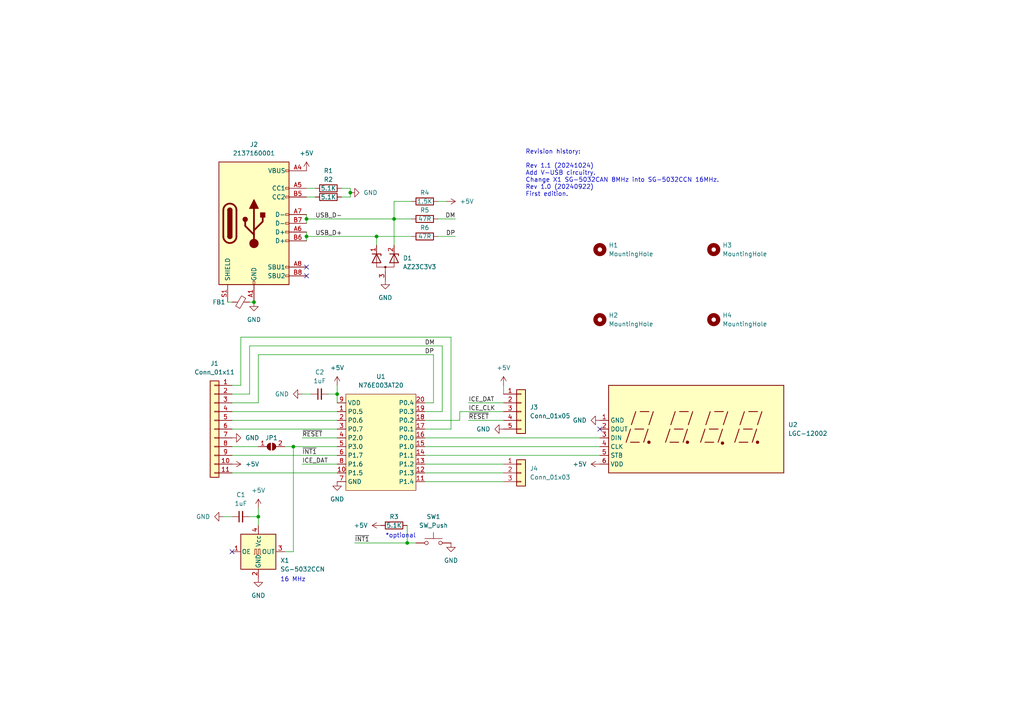
<source format=kicad_sch>
(kicad_sch (version 20211123) (generator eeschema)

  (uuid b8bbe620-a1b9-4144-ac31-c43af87cd73c)

  (paper "A4")

  (title_block
    (title "Nuvoton N76E003 digital clock.")
    (date "2024-10-24")
    (rev "1.1")
    (company "DANCHOUZHOU")
    (comment 1 "Copyright © Danny Chou, all rights reserved.")
    (comment 2 "https://github.com/danchouzhou/003Clock")
    (comment 3 "danchouzhou@gmail.com")
  )

  (lib_symbols
    (symbol "Connector:USB_C_Receptacle_USB2.0" (pin_names (offset 1.016)) (in_bom yes) (on_board yes)
      (property "Reference" "J2" (id 0) (at 0 22.86 0)
        (effects (font (size 1.27 1.27)))
      )
      (property "Value" "2137160001" (id 1) (at 0 20.32 0)
        (effects (font (size 1.27 1.27)))
      )
      (property "Footprint" "2137160001:2137160001" (id 2) (at 3.81 0 0)
        (effects (font (size 1.27 1.27)) hide)
      )
      (property "Datasheet" "https://www.usb.org/sites/default/files/documents/usb_type-c.zip" (id 3) (at 3.81 0 0)
        (effects (font (size 1.27 1.27)) hide)
      )
      (property "ki_keywords" "usb universal serial bus type-C USB2.0" (id 4) (at 0 0 0)
        (effects (font (size 1.27 1.27)) hide)
      )
      (property "ki_description" "USB 2.0-only Type-C Receptacle connector" (id 5) (at 0 0 0)
        (effects (font (size 1.27 1.27)) hide)
      )
      (property "ki_fp_filters" "USB*C*Receptacle*" (id 6) (at 0 0 0)
        (effects (font (size 1.27 1.27)) hide)
      )
      (symbol "USB_C_Receptacle_USB2.0_0_0"
        (rectangle (start -0.254 -17.78) (end 0.254 -16.764)
          (stroke (width 0) (type default) (color 0 0 0 0))
          (fill (type none))
        )
        (rectangle (start 10.16 -14.986) (end 9.144 -15.494)
          (stroke (width 0) (type default) (color 0 0 0 0))
          (fill (type none))
        )
        (rectangle (start 10.16 -12.446) (end 9.144 -12.954)
          (stroke (width 0) (type default) (color 0 0 0 0))
          (fill (type none))
        )
        (rectangle (start 10.16 -4.826) (end 9.144 -5.334)
          (stroke (width 0) (type default) (color 0 0 0 0))
          (fill (type none))
        )
        (rectangle (start 10.16 -2.286) (end 9.144 -2.794)
          (stroke (width 0) (type default) (color 0 0 0 0))
          (fill (type none))
        )
        (rectangle (start 10.16 0.254) (end 9.144 -0.254)
          (stroke (width 0) (type default) (color 0 0 0 0))
          (fill (type none))
        )
        (rectangle (start 10.16 2.794) (end 9.144 2.286)
          (stroke (width 0) (type default) (color 0 0 0 0))
          (fill (type none))
        )
        (rectangle (start 10.16 7.874) (end 9.144 7.366)
          (stroke (width 0) (type default) (color 0 0 0 0))
          (fill (type none))
        )
        (rectangle (start 10.16 10.414) (end 9.144 9.906)
          (stroke (width 0) (type default) (color 0 0 0 0))
          (fill (type none))
        )
        (rectangle (start 10.16 15.494) (end 9.144 14.986)
          (stroke (width 0) (type default) (color 0 0 0 0))
          (fill (type none))
        )
      )
      (symbol "USB_C_Receptacle_USB2.0_0_1"
        (rectangle (start -10.16 17.78) (end 10.16 -17.78)
          (stroke (width 0.254) (type default) (color 0 0 0 0))
          (fill (type background))
        )
        (arc (start -8.89 -3.81) (mid -6.985 -5.715) (end -5.08 -3.81)
          (stroke (width 0.508) (type default) (color 0 0 0 0))
          (fill (type none))
        )
        (arc (start -7.62 -3.81) (mid -6.985 -4.445) (end -6.35 -3.81)
          (stroke (width 0.254) (type default) (color 0 0 0 0))
          (fill (type none))
        )
        (arc (start -7.62 -3.81) (mid -6.985 -4.445) (end -6.35 -3.81)
          (stroke (width 0.254) (type default) (color 0 0 0 0))
          (fill (type outline))
        )
        (rectangle (start -7.62 -3.81) (end -6.35 3.81)
          (stroke (width 0.254) (type default) (color 0 0 0 0))
          (fill (type outline))
        )
        (arc (start -6.35 3.81) (mid -6.985 4.445) (end -7.62 3.81)
          (stroke (width 0.254) (type default) (color 0 0 0 0))
          (fill (type none))
        )
        (arc (start -6.35 3.81) (mid -6.985 4.445) (end -7.62 3.81)
          (stroke (width 0.254) (type default) (color 0 0 0 0))
          (fill (type outline))
        )
        (arc (start -5.08 3.81) (mid -6.985 5.715) (end -8.89 3.81)
          (stroke (width 0.508) (type default) (color 0 0 0 0))
          (fill (type none))
        )
        (circle (center -2.54 1.143) (radius 0.635)
          (stroke (width 0.254) (type default) (color 0 0 0 0))
          (fill (type outline))
        )
        (circle (center 0 -5.842) (radius 1.27)
          (stroke (width 0) (type default) (color 0 0 0 0))
          (fill (type outline))
        )
        (polyline
          (pts
            (xy -8.89 -3.81)
            (xy -8.89 3.81)
          )
          (stroke (width 0.508) (type default) (color 0 0 0 0))
          (fill (type none))
        )
        (polyline
          (pts
            (xy -5.08 3.81)
            (xy -5.08 -3.81)
          )
          (stroke (width 0.508) (type default) (color 0 0 0 0))
          (fill (type none))
        )
        (polyline
          (pts
            (xy 0 -5.842)
            (xy 0 4.318)
          )
          (stroke (width 0.508) (type default) (color 0 0 0 0))
          (fill (type none))
        )
        (polyline
          (pts
            (xy 0 -3.302)
            (xy -2.54 -0.762)
            (xy -2.54 0.508)
          )
          (stroke (width 0.508) (type default) (color 0 0 0 0))
          (fill (type none))
        )
        (polyline
          (pts
            (xy 0 -2.032)
            (xy 2.54 0.508)
            (xy 2.54 1.778)
          )
          (stroke (width 0.508) (type default) (color 0 0 0 0))
          (fill (type none))
        )
        (polyline
          (pts
            (xy -1.27 4.318)
            (xy 0 6.858)
            (xy 1.27 4.318)
            (xy -1.27 4.318)
          )
          (stroke (width 0.254) (type default) (color 0 0 0 0))
          (fill (type outline))
        )
        (rectangle (start 1.905 1.778) (end 3.175 3.048)
          (stroke (width 0.254) (type default) (color 0 0 0 0))
          (fill (type outline))
        )
      )
      (symbol "USB_C_Receptacle_USB2.0_1_1"
        (pin power_out line (at 0 -22.86 90) (length 5.08)
          (name "GND" (effects (font (size 1.27 1.27))))
          (number "A1" (effects (font (size 1.27 1.27))))
        )
        (pin passive line (at 0 -22.86 90) (length 5.08) hide
          (name "GND" (effects (font (size 1.27 1.27))))
          (number "A12" (effects (font (size 1.27 1.27))))
        )
        (pin power_out line (at 15.24 15.24 180) (length 5.08)
          (name "VBUS" (effects (font (size 1.27 1.27))))
          (number "A4" (effects (font (size 1.27 1.27))))
        )
        (pin bidirectional line (at 15.24 10.16 180) (length 5.08)
          (name "CC1" (effects (font (size 1.27 1.27))))
          (number "A5" (effects (font (size 1.27 1.27))))
        )
        (pin bidirectional line (at 15.24 -2.54 180) (length 5.08)
          (name "D+" (effects (font (size 1.27 1.27))))
          (number "A6" (effects (font (size 1.27 1.27))))
        )
        (pin bidirectional line (at 15.24 2.54 180) (length 5.08)
          (name "D-" (effects (font (size 1.27 1.27))))
          (number "A7" (effects (font (size 1.27 1.27))))
        )
        (pin bidirectional line (at 15.24 -12.7 180) (length 5.08)
          (name "SBU1" (effects (font (size 1.27 1.27))))
          (number "A8" (effects (font (size 1.27 1.27))))
        )
        (pin passive line (at 15.24 15.24 180) (length 5.08) hide
          (name "VBUS" (effects (font (size 1.27 1.27))))
          (number "A9" (effects (font (size 1.27 1.27))))
        )
        (pin passive line (at 0 -22.86 90) (length 5.08) hide
          (name "GND" (effects (font (size 1.27 1.27))))
          (number "B1" (effects (font (size 1.27 1.27))))
        )
        (pin passive line (at 0 -22.86 90) (length 5.08) hide
          (name "GND" (effects (font (size 1.27 1.27))))
          (number "B12" (effects (font (size 1.27 1.27))))
        )
        (pin passive line (at 15.24 15.24 180) (length 5.08) hide
          (name "VBUS" (effects (font (size 1.27 1.27))))
          (number "B4" (effects (font (size 1.27 1.27))))
        )
        (pin bidirectional line (at 15.24 7.62 180) (length 5.08)
          (name "CC2" (effects (font (size 1.27 1.27))))
          (number "B5" (effects (font (size 1.27 1.27))))
        )
        (pin bidirectional line (at 15.24 -5.08 180) (length 5.08)
          (name "D+" (effects (font (size 1.27 1.27))))
          (number "B6" (effects (font (size 1.27 1.27))))
        )
        (pin bidirectional line (at 15.24 0 180) (length 5.08)
          (name "D-" (effects (font (size 1.27 1.27))))
          (number "B7" (effects (font (size 1.27 1.27))))
        )
        (pin bidirectional line (at 15.24 -15.24 180) (length 5.08)
          (name "SBU2" (effects (font (size 1.27 1.27))))
          (number "B8" (effects (font (size 1.27 1.27))))
        )
        (pin passive line (at 15.24 15.24 180) (length 5.08) hide
          (name "VBUS" (effects (font (size 1.27 1.27))))
          (number "B9" (effects (font (size 1.27 1.27))))
        )
        (pin passive line (at -7.62 -22.86 90) (length 5.08)
          (name "SHIELD" (effects (font (size 1.27 1.27))))
          (number "S1" (effects (font (size 1.27 1.27))))
        )
      )
    )
    (symbol "Connector_Generic:Conn_01x03" (pin_names (offset 1.016) hide) (in_bom yes) (on_board yes)
      (property "Reference" "J" (id 0) (at 0 5.08 0)
        (effects (font (size 1.27 1.27)))
      )
      (property "Value" "Conn_01x03" (id 1) (at 0 -5.08 0)
        (effects (font (size 1.27 1.27)))
      )
      (property "Footprint" "" (id 2) (at 0 0 0)
        (effects (font (size 1.27 1.27)) hide)
      )
      (property "Datasheet" "~" (id 3) (at 0 0 0)
        (effects (font (size 1.27 1.27)) hide)
      )
      (property "ki_keywords" "connector" (id 4) (at 0 0 0)
        (effects (font (size 1.27 1.27)) hide)
      )
      (property "ki_description" "Generic connector, single row, 01x03, script generated (kicad-library-utils/schlib/autogen/connector/)" (id 5) (at 0 0 0)
        (effects (font (size 1.27 1.27)) hide)
      )
      (property "ki_fp_filters" "Connector*:*_1x??_*" (id 6) (at 0 0 0)
        (effects (font (size 1.27 1.27)) hide)
      )
      (symbol "Conn_01x03_1_1"
        (rectangle (start -1.27 -2.413) (end 0 -2.667)
          (stroke (width 0.1524) (type default) (color 0 0 0 0))
          (fill (type none))
        )
        (rectangle (start -1.27 0.127) (end 0 -0.127)
          (stroke (width 0.1524) (type default) (color 0 0 0 0))
          (fill (type none))
        )
        (rectangle (start -1.27 2.667) (end 0 2.413)
          (stroke (width 0.1524) (type default) (color 0 0 0 0))
          (fill (type none))
        )
        (rectangle (start -1.27 3.81) (end 1.27 -3.81)
          (stroke (width 0.254) (type default) (color 0 0 0 0))
          (fill (type background))
        )
        (pin passive line (at -5.08 2.54 0) (length 3.81)
          (name "Pin_1" (effects (font (size 1.27 1.27))))
          (number "1" (effects (font (size 1.27 1.27))))
        )
        (pin passive line (at -5.08 0 0) (length 3.81)
          (name "Pin_2" (effects (font (size 1.27 1.27))))
          (number "2" (effects (font (size 1.27 1.27))))
        )
        (pin passive line (at -5.08 -2.54 0) (length 3.81)
          (name "Pin_3" (effects (font (size 1.27 1.27))))
          (number "3" (effects (font (size 1.27 1.27))))
        )
      )
    )
    (symbol "Connector_Generic:Conn_01x05" (pin_names (offset 1.016) hide) (in_bom yes) (on_board yes)
      (property "Reference" "J" (id 0) (at 0 7.62 0)
        (effects (font (size 1.27 1.27)))
      )
      (property "Value" "Conn_01x05" (id 1) (at 0 -7.62 0)
        (effects (font (size 1.27 1.27)))
      )
      (property "Footprint" "" (id 2) (at 0 0 0)
        (effects (font (size 1.27 1.27)) hide)
      )
      (property "Datasheet" "~" (id 3) (at 0 0 0)
        (effects (font (size 1.27 1.27)) hide)
      )
      (property "ki_keywords" "connector" (id 4) (at 0 0 0)
        (effects (font (size 1.27 1.27)) hide)
      )
      (property "ki_description" "Generic connector, single row, 01x05, script generated (kicad-library-utils/schlib/autogen/connector/)" (id 5) (at 0 0 0)
        (effects (font (size 1.27 1.27)) hide)
      )
      (property "ki_fp_filters" "Connector*:*_1x??_*" (id 6) (at 0 0 0)
        (effects (font (size 1.27 1.27)) hide)
      )
      (symbol "Conn_01x05_1_1"
        (rectangle (start -1.27 -4.953) (end 0 -5.207)
          (stroke (width 0.1524) (type default) (color 0 0 0 0))
          (fill (type none))
        )
        (rectangle (start -1.27 -2.413) (end 0 -2.667)
          (stroke (width 0.1524) (type default) (color 0 0 0 0))
          (fill (type none))
        )
        (rectangle (start -1.27 0.127) (end 0 -0.127)
          (stroke (width 0.1524) (type default) (color 0 0 0 0))
          (fill (type none))
        )
        (rectangle (start -1.27 2.667) (end 0 2.413)
          (stroke (width 0.1524) (type default) (color 0 0 0 0))
          (fill (type none))
        )
        (rectangle (start -1.27 5.207) (end 0 4.953)
          (stroke (width 0.1524) (type default) (color 0 0 0 0))
          (fill (type none))
        )
        (rectangle (start -1.27 6.35) (end 1.27 -6.35)
          (stroke (width 0.254) (type default) (color 0 0 0 0))
          (fill (type background))
        )
        (pin passive line (at -5.08 5.08 0) (length 3.81)
          (name "Pin_1" (effects (font (size 1.27 1.27))))
          (number "1" (effects (font (size 1.27 1.27))))
        )
        (pin passive line (at -5.08 2.54 0) (length 3.81)
          (name "Pin_2" (effects (font (size 1.27 1.27))))
          (number "2" (effects (font (size 1.27 1.27))))
        )
        (pin passive line (at -5.08 0 0) (length 3.81)
          (name "Pin_3" (effects (font (size 1.27 1.27))))
          (number "3" (effects (font (size 1.27 1.27))))
        )
        (pin passive line (at -5.08 -2.54 0) (length 3.81)
          (name "Pin_4" (effects (font (size 1.27 1.27))))
          (number "4" (effects (font (size 1.27 1.27))))
        )
        (pin passive line (at -5.08 -5.08 0) (length 3.81)
          (name "Pin_5" (effects (font (size 1.27 1.27))))
          (number "5" (effects (font (size 1.27 1.27))))
        )
      )
    )
    (symbol "Connector_Generic:Conn_01x11" (pin_names (offset 1.016) hide) (in_bom yes) (on_board yes)
      (property "Reference" "J" (id 0) (at 0 15.24 0)
        (effects (font (size 1.27 1.27)))
      )
      (property "Value" "Conn_01x11" (id 1) (at 0 -15.24 0)
        (effects (font (size 1.27 1.27)))
      )
      (property "Footprint" "" (id 2) (at 0 0 0)
        (effects (font (size 1.27 1.27)) hide)
      )
      (property "Datasheet" "~" (id 3) (at 0 0 0)
        (effects (font (size 1.27 1.27)) hide)
      )
      (property "ki_keywords" "connector" (id 4) (at 0 0 0)
        (effects (font (size 1.27 1.27)) hide)
      )
      (property "ki_description" "Generic connector, single row, 01x11, script generated (kicad-library-utils/schlib/autogen/connector/)" (id 5) (at 0 0 0)
        (effects (font (size 1.27 1.27)) hide)
      )
      (property "ki_fp_filters" "Connector*:*_1x??_*" (id 6) (at 0 0 0)
        (effects (font (size 1.27 1.27)) hide)
      )
      (symbol "Conn_01x11_1_1"
        (rectangle (start -1.27 -12.573) (end 0 -12.827)
          (stroke (width 0.1524) (type default) (color 0 0 0 0))
          (fill (type none))
        )
        (rectangle (start -1.27 -10.033) (end 0 -10.287)
          (stroke (width 0.1524) (type default) (color 0 0 0 0))
          (fill (type none))
        )
        (rectangle (start -1.27 -7.493) (end 0 -7.747)
          (stroke (width 0.1524) (type default) (color 0 0 0 0))
          (fill (type none))
        )
        (rectangle (start -1.27 -4.953) (end 0 -5.207)
          (stroke (width 0.1524) (type default) (color 0 0 0 0))
          (fill (type none))
        )
        (rectangle (start -1.27 -2.413) (end 0 -2.667)
          (stroke (width 0.1524) (type default) (color 0 0 0 0))
          (fill (type none))
        )
        (rectangle (start -1.27 0.127) (end 0 -0.127)
          (stroke (width 0.1524) (type default) (color 0 0 0 0))
          (fill (type none))
        )
        (rectangle (start -1.27 2.667) (end 0 2.413)
          (stroke (width 0.1524) (type default) (color 0 0 0 0))
          (fill (type none))
        )
        (rectangle (start -1.27 5.207) (end 0 4.953)
          (stroke (width 0.1524) (type default) (color 0 0 0 0))
          (fill (type none))
        )
        (rectangle (start -1.27 7.747) (end 0 7.493)
          (stroke (width 0.1524) (type default) (color 0 0 0 0))
          (fill (type none))
        )
        (rectangle (start -1.27 10.287) (end 0 10.033)
          (stroke (width 0.1524) (type default) (color 0 0 0 0))
          (fill (type none))
        )
        (rectangle (start -1.27 12.827) (end 0 12.573)
          (stroke (width 0.1524) (type default) (color 0 0 0 0))
          (fill (type none))
        )
        (rectangle (start -1.27 13.97) (end 1.27 -13.97)
          (stroke (width 0.254) (type default) (color 0 0 0 0))
          (fill (type background))
        )
        (pin passive line (at -5.08 12.7 0) (length 3.81)
          (name "Pin_1" (effects (font (size 1.27 1.27))))
          (number "1" (effects (font (size 1.27 1.27))))
        )
        (pin passive line (at -5.08 -10.16 0) (length 3.81)
          (name "Pin_10" (effects (font (size 1.27 1.27))))
          (number "10" (effects (font (size 1.27 1.27))))
        )
        (pin passive line (at -5.08 -12.7 0) (length 3.81)
          (name "Pin_11" (effects (font (size 1.27 1.27))))
          (number "11" (effects (font (size 1.27 1.27))))
        )
        (pin passive line (at -5.08 10.16 0) (length 3.81)
          (name "Pin_2" (effects (font (size 1.27 1.27))))
          (number "2" (effects (font (size 1.27 1.27))))
        )
        (pin passive line (at -5.08 7.62 0) (length 3.81)
          (name "Pin_3" (effects (font (size 1.27 1.27))))
          (number "3" (effects (font (size 1.27 1.27))))
        )
        (pin passive line (at -5.08 5.08 0) (length 3.81)
          (name "Pin_4" (effects (font (size 1.27 1.27))))
          (number "4" (effects (font (size 1.27 1.27))))
        )
        (pin passive line (at -5.08 2.54 0) (length 3.81)
          (name "Pin_5" (effects (font (size 1.27 1.27))))
          (number "5" (effects (font (size 1.27 1.27))))
        )
        (pin passive line (at -5.08 0 0) (length 3.81)
          (name "Pin_6" (effects (font (size 1.27 1.27))))
          (number "6" (effects (font (size 1.27 1.27))))
        )
        (pin passive line (at -5.08 -2.54 0) (length 3.81)
          (name "Pin_7" (effects (font (size 1.27 1.27))))
          (number "7" (effects (font (size 1.27 1.27))))
        )
        (pin passive line (at -5.08 -5.08 0) (length 3.81)
          (name "Pin_8" (effects (font (size 1.27 1.27))))
          (number "8" (effects (font (size 1.27 1.27))))
        )
        (pin passive line (at -5.08 -7.62 0) (length 3.81)
          (name "Pin_9" (effects (font (size 1.27 1.27))))
          (number "9" (effects (font (size 1.27 1.27))))
        )
      )
    )
    (symbol "Device:C_Small" (pin_numbers hide) (pin_names (offset 0.254) hide) (in_bom yes) (on_board yes)
      (property "Reference" "C" (id 0) (at 0.254 1.778 0)
        (effects (font (size 1.27 1.27)) (justify left))
      )
      (property "Value" "C_Small" (id 1) (at 0.254 -2.032 0)
        (effects (font (size 1.27 1.27)) (justify left))
      )
      (property "Footprint" "" (id 2) (at 0 0 0)
        (effects (font (size 1.27 1.27)) hide)
      )
      (property "Datasheet" "~" (id 3) (at 0 0 0)
        (effects (font (size 1.27 1.27)) hide)
      )
      (property "ki_keywords" "capacitor cap" (id 4) (at 0 0 0)
        (effects (font (size 1.27 1.27)) hide)
      )
      (property "ki_description" "Unpolarized capacitor, small symbol" (id 5) (at 0 0 0)
        (effects (font (size 1.27 1.27)) hide)
      )
      (property "ki_fp_filters" "C_*" (id 6) (at 0 0 0)
        (effects (font (size 1.27 1.27)) hide)
      )
      (symbol "C_Small_0_1"
        (polyline
          (pts
            (xy -1.524 -0.508)
            (xy 1.524 -0.508)
          )
          (stroke (width 0.3302) (type default) (color 0 0 0 0))
          (fill (type none))
        )
        (polyline
          (pts
            (xy -1.524 0.508)
            (xy 1.524 0.508)
          )
          (stroke (width 0.3048) (type default) (color 0 0 0 0))
          (fill (type none))
        )
      )
      (symbol "C_Small_1_1"
        (pin passive line (at 0 2.54 270) (length 2.032)
          (name "~" (effects (font (size 1.27 1.27))))
          (number "1" (effects (font (size 1.27 1.27))))
        )
        (pin passive line (at 0 -2.54 90) (length 2.032)
          (name "~" (effects (font (size 1.27 1.27))))
          (number "2" (effects (font (size 1.27 1.27))))
        )
      )
    )
    (symbol "Device:D_Zener_Dual_CommonAnode_KKA_Parallel" (pin_names (offset 0.762) hide) (in_bom yes) (on_board yes)
      (property "Reference" "D" (id 0) (at 0 5.08 0)
        (effects (font (size 1.27 1.27)))
      )
      (property "Value" "D_Zener_Dual_CommonAnode_KKA_Parallel" (id 1) (at 0 -5.08 0)
        (effects (font (size 1.27 1.27)))
      )
      (property "Footprint" "" (id 2) (at -1.27 0 0)
        (effects (font (size 1.27 1.27)) hide)
      )
      (property "Datasheet" "~" (id 3) (at -1.27 0 0)
        (effects (font (size 1.27 1.27)) hide)
      )
      (property "ki_keywords" "diode" (id 4) (at 0 0 0)
        (effects (font (size 1.27 1.27)) hide)
      )
      (property "ki_description" "Dual Zener diode, common anode on pin 1" (id 5) (at 0 0 0)
        (effects (font (size 1.27 1.27)) hide)
      )
      (symbol "D_Zener_Dual_CommonAnode_KKA_Parallel_0_0"
        (polyline
          (pts
            (xy 2.032 1.27)
            (xy 2.54 1.27)
            (xy 2.54 3.81)
          )
          (stroke (width 0.254) (type default) (color 0 0 0 0))
          (fill (type none))
        )
        (polyline
          (pts
            (xy 2.54 -1.27)
            (xy 2.54 -3.81)
            (xy 2.032 -3.81)
          )
          (stroke (width 0.254) (type default) (color 0 0 0 0))
          (fill (type none))
        )
      )
      (symbol "D_Zener_Dual_CommonAnode_KKA_Parallel_0_1"
        (circle (center -1.27 0) (radius 0.254)
          (stroke (width 0) (type default) (color 0 0 0 0))
          (fill (type outline))
        )
        (polyline
          (pts
            (xy -1.27 0)
            (xy -2.54 0)
          )
          (stroke (width 0) (type default) (color 0 0 0 0))
          (fill (type none))
        )
        (polyline
          (pts
            (xy 2.54 2.54)
            (xy -1.27 2.54)
            (xy -1.27 -2.54)
            (xy 2.54 -2.54)
          )
          (stroke (width 0) (type default) (color 0 0 0 0))
          (fill (type none))
        )
        (polyline
          (pts
            (xy 0 -1.27)
            (xy 2.54 -2.54)
            (xy 0 -3.81)
            (xy 0 -1.27)
            (xy 0 -1.27)
            (xy 0 -1.27)
          )
          (stroke (width 0.254) (type default) (color 0 0 0 0))
          (fill (type none))
        )
        (polyline
          (pts
            (xy 0 3.81)
            (xy 2.54 2.54)
            (xy 0 1.27)
            (xy 0 3.81)
            (xy 0 3.81)
            (xy 0 3.81)
          )
          (stroke (width 0.254) (type default) (color 0 0 0 0))
          (fill (type none))
        )
        (pin passive line (at 5.08 2.54 180) (length 2.54)
          (name "K" (effects (font (size 1.27 1.27))))
          (number "1" (effects (font (size 1.27 1.27))))
        )
        (pin passive line (at 5.08 -2.54 180) (length 2.54)
          (name "K" (effects (font (size 1.27 1.27))))
          (number "2" (effects (font (size 1.27 1.27))))
        )
        (pin passive line (at -5.08 0 0) (length 2.54)
          (name "A" (effects (font (size 1.27 1.27))))
          (number "3" (effects (font (size 1.27 1.27))))
        )
      )
    )
    (symbol "Device:FerriteBead_Small" (pin_numbers hide) (pin_names (offset 0)) (in_bom yes) (on_board yes)
      (property "Reference" "FB" (id 0) (at 1.905 1.27 0)
        (effects (font (size 1.27 1.27)) (justify left))
      )
      (property "Value" "FerriteBead_Small" (id 1) (at 1.905 -1.27 0)
        (effects (font (size 1.27 1.27)) (justify left))
      )
      (property "Footprint" "" (id 2) (at -1.778 0 90)
        (effects (font (size 1.27 1.27)) hide)
      )
      (property "Datasheet" "~" (id 3) (at 0 0 0)
        (effects (font (size 1.27 1.27)) hide)
      )
      (property "ki_keywords" "L ferrite bead inductor filter" (id 4) (at 0 0 0)
        (effects (font (size 1.27 1.27)) hide)
      )
      (property "ki_description" "Ferrite bead, small symbol" (id 5) (at 0 0 0)
        (effects (font (size 1.27 1.27)) hide)
      )
      (property "ki_fp_filters" "Inductor_* L_* *Ferrite*" (id 6) (at 0 0 0)
        (effects (font (size 1.27 1.27)) hide)
      )
      (symbol "FerriteBead_Small_0_1"
        (polyline
          (pts
            (xy 0 -1.27)
            (xy 0 -0.7874)
          )
          (stroke (width 0) (type default) (color 0 0 0 0))
          (fill (type none))
        )
        (polyline
          (pts
            (xy 0 0.889)
            (xy 0 1.2954)
          )
          (stroke (width 0) (type default) (color 0 0 0 0))
          (fill (type none))
        )
        (polyline
          (pts
            (xy -1.8288 0.2794)
            (xy -1.1176 1.4986)
            (xy 1.8288 -0.2032)
            (xy 1.1176 -1.4224)
            (xy -1.8288 0.2794)
          )
          (stroke (width 0) (type default) (color 0 0 0 0))
          (fill (type none))
        )
      )
      (symbol "FerriteBead_Small_1_1"
        (pin passive line (at 0 2.54 270) (length 1.27)
          (name "~" (effects (font (size 1.27 1.27))))
          (number "1" (effects (font (size 1.27 1.27))))
        )
        (pin passive line (at 0 -2.54 90) (length 1.27)
          (name "~" (effects (font (size 1.27 1.27))))
          (number "2" (effects (font (size 1.27 1.27))))
        )
      )
    )
    (symbol "Device:R" (pin_numbers hide) (pin_names (offset 0)) (in_bom yes) (on_board yes)
      (property "Reference" "R" (id 0) (at 2.032 0 90)
        (effects (font (size 1.27 1.27)))
      )
      (property "Value" "R" (id 1) (at 0 0 90)
        (effects (font (size 1.27 1.27)))
      )
      (property "Footprint" "" (id 2) (at -1.778 0 90)
        (effects (font (size 1.27 1.27)) hide)
      )
      (property "Datasheet" "~" (id 3) (at 0 0 0)
        (effects (font (size 1.27 1.27)) hide)
      )
      (property "ki_keywords" "R res resistor" (id 4) (at 0 0 0)
        (effects (font (size 1.27 1.27)) hide)
      )
      (property "ki_description" "Resistor" (id 5) (at 0 0 0)
        (effects (font (size 1.27 1.27)) hide)
      )
      (property "ki_fp_filters" "R_*" (id 6) (at 0 0 0)
        (effects (font (size 1.27 1.27)) hide)
      )
      (symbol "R_0_1"
        (rectangle (start -1.016 -2.54) (end 1.016 2.54)
          (stroke (width 0.254) (type default) (color 0 0 0 0))
          (fill (type none))
        )
      )
      (symbol "R_1_1"
        (pin passive line (at 0 3.81 270) (length 1.27)
          (name "~" (effects (font (size 1.27 1.27))))
          (number "1" (effects (font (size 1.27 1.27))))
        )
        (pin passive line (at 0 -3.81 90) (length 1.27)
          (name "~" (effects (font (size 1.27 1.27))))
          (number "2" (effects (font (size 1.27 1.27))))
        )
      )
    )
    (symbol "Jumper:SolderJumper_2_Open" (pin_names (offset 0) hide) (in_bom yes) (on_board yes)
      (property "Reference" "JP" (id 0) (at 0 2.032 0)
        (effects (font (size 1.27 1.27)))
      )
      (property "Value" "SolderJumper_2_Open" (id 1) (at 0 -2.54 0)
        (effects (font (size 1.27 1.27)))
      )
      (property "Footprint" "" (id 2) (at 0 0 0)
        (effects (font (size 1.27 1.27)) hide)
      )
      (property "Datasheet" "~" (id 3) (at 0 0 0)
        (effects (font (size 1.27 1.27)) hide)
      )
      (property "ki_keywords" "solder jumper SPST" (id 4) (at 0 0 0)
        (effects (font (size 1.27 1.27)) hide)
      )
      (property "ki_description" "Solder Jumper, 2-pole, open" (id 5) (at 0 0 0)
        (effects (font (size 1.27 1.27)) hide)
      )
      (property "ki_fp_filters" "SolderJumper*Open*" (id 6) (at 0 0 0)
        (effects (font (size 1.27 1.27)) hide)
      )
      (symbol "SolderJumper_2_Open_0_1"
        (arc (start -0.254 1.016) (mid -1.27 0) (end -0.254 -1.016)
          (stroke (width 0) (type default) (color 0 0 0 0))
          (fill (type none))
        )
        (arc (start -0.254 1.016) (mid -1.27 0) (end -0.254 -1.016)
          (stroke (width 0) (type default) (color 0 0 0 0))
          (fill (type outline))
        )
        (polyline
          (pts
            (xy -0.254 1.016)
            (xy -0.254 -1.016)
          )
          (stroke (width 0) (type default) (color 0 0 0 0))
          (fill (type none))
        )
        (polyline
          (pts
            (xy 0.254 1.016)
            (xy 0.254 -1.016)
          )
          (stroke (width 0) (type default) (color 0 0 0 0))
          (fill (type none))
        )
        (arc (start 0.254 -1.016) (mid 1.27 0) (end 0.254 1.016)
          (stroke (width 0) (type default) (color 0 0 0 0))
          (fill (type none))
        )
        (arc (start 0.254 -1.016) (mid 1.27 0) (end 0.254 1.016)
          (stroke (width 0) (type default) (color 0 0 0 0))
          (fill (type outline))
        )
      )
      (symbol "SolderJumper_2_Open_1_1"
        (pin passive line (at -3.81 0 0) (length 2.54)
          (name "A" (effects (font (size 1.27 1.27))))
          (number "1" (effects (font (size 1.27 1.27))))
        )
        (pin passive line (at 3.81 0 180) (length 2.54)
          (name "B" (effects (font (size 1.27 1.27))))
          (number "2" (effects (font (size 1.27 1.27))))
        )
      )
    )
    (symbol "LGC-12002:LGC-12002" (in_bom yes) (on_board yes)
      (property "Reference" "U" (id 0) (at -24.13 13.97 0)
        (effects (font (size 1.27 1.27)))
      )
      (property "Value" "LGC-12002" (id 1) (at 17.78 13.97 0)
        (effects (font (size 1.27 1.27)))
      )
      (property "Footprint" "LGC-12002:LGC-12002" (id 2) (at 0 -15.24 0)
        (effects (font (size 1.27 1.27)) hide)
      )
      (property "Datasheet" "" (id 3) (at -10.922 0.762 0)
        (effects (font (size 1.27 1.27)) hide)
      )
      (property "ki_keywords" "display LED 7-segment" (id 4) (at 0 0 0)
        (effects (font (size 1.27 1.27)) hide)
      )
      (property "ki_description" "4 digit 7 segment white LED, with PT6961 display driver" (id 5) (at 0 0 0)
        (effects (font (size 1.27 1.27)) hide)
      )
      (property "ki_fp_filters" "*CA56*12SRWA*" (id 6) (at 0 0 0)
        (effects (font (size 1.27 1.27)) hide)
      )
      (symbol "LGC-12002_0_0"
        (rectangle (start -25.4 12.7) (end 25.4 -12.7)
          (stroke (width 0.254) (type default) (color 0 0 0 0))
          (fill (type background))
        )
        (polyline
          (pts
            (xy -20.32 -3.81)
            (xy -19.05 0)
          )
          (stroke (width 0.254) (type default) (color 0 0 0 0))
          (fill (type none))
        )
        (polyline
          (pts
            (xy -19.05 -3.81)
            (xy -16.51 -3.81)
          )
          (stroke (width 0.254) (type default) (color 0 0 0 0))
          (fill (type none))
        )
        (polyline
          (pts
            (xy -18.796 1.27)
            (xy -17.526 5.08)
          )
          (stroke (width 0.254) (type default) (color 0 0 0 0))
          (fill (type none))
        )
        (polyline
          (pts
            (xy -17.78 0)
            (xy -15.24 0)
          )
          (stroke (width 0.254) (type default) (color 0 0 0 0))
          (fill (type none))
        )
        (polyline
          (pts
            (xy -16.256 5.08)
            (xy -13.716 5.08)
          )
          (stroke (width 0.254) (type default) (color 0 0 0 0))
          (fill (type none))
        )
        (polyline
          (pts
            (xy -15.24 -3.81)
            (xy -13.97 0)
          )
          (stroke (width 0.254) (type default) (color 0 0 0 0))
          (fill (type none))
        )
        (polyline
          (pts
            (xy -13.716 1.27)
            (xy -12.446 5.08)
          )
          (stroke (width 0.254) (type default) (color 0 0 0 0))
          (fill (type none))
        )
        (polyline
          (pts
            (xy -8.89 -3.81)
            (xy -7.62 0)
          )
          (stroke (width 0.254) (type default) (color 0 0 0 0))
          (fill (type none))
        )
        (polyline
          (pts
            (xy -7.62 -3.81)
            (xy -5.08 -3.81)
          )
          (stroke (width 0.254) (type default) (color 0 0 0 0))
          (fill (type none))
        )
        (polyline
          (pts
            (xy -7.366 1.27)
            (xy -6.096 5.08)
          )
          (stroke (width 0.254) (type default) (color 0 0 0 0))
          (fill (type none))
        )
        (polyline
          (pts
            (xy -6.35 0)
            (xy -3.81 0)
          )
          (stroke (width 0.254) (type default) (color 0 0 0 0))
          (fill (type none))
        )
        (polyline
          (pts
            (xy -4.826 5.08)
            (xy -2.286 5.08)
          )
          (stroke (width 0.254) (type default) (color 0 0 0 0))
          (fill (type none))
        )
        (polyline
          (pts
            (xy -3.81 -3.81)
            (xy -2.54 0)
          )
          (stroke (width 0.254) (type default) (color 0 0 0 0))
          (fill (type none))
        )
        (polyline
          (pts
            (xy -2.286 1.27)
            (xy -1.016 5.08)
          )
          (stroke (width 0.254) (type default) (color 0 0 0 0))
          (fill (type none))
        )
        (polyline
          (pts
            (xy 1.27 -3.81)
            (xy 2.54 0)
          )
          (stroke (width 0.254) (type default) (color 0 0 0 0))
          (fill (type none))
        )
        (polyline
          (pts
            (xy 2.54 -3.81)
            (xy 5.08 -3.81)
          )
          (stroke (width 0.254) (type default) (color 0 0 0 0))
          (fill (type none))
        )
        (polyline
          (pts
            (xy 2.794 1.27)
            (xy 4.064 5.08)
          )
          (stroke (width 0.254) (type default) (color 0 0 0 0))
          (fill (type none))
        )
        (polyline
          (pts
            (xy 3.81 0)
            (xy 6.35 0)
          )
          (stroke (width 0.254) (type default) (color 0 0 0 0))
          (fill (type none))
        )
        (polyline
          (pts
            (xy 5.334 5.08)
            (xy 7.874 5.08)
          )
          (stroke (width 0.254) (type default) (color 0 0 0 0))
          (fill (type none))
        )
        (polyline
          (pts
            (xy 6.35 -3.81)
            (xy 7.62 0)
          )
          (stroke (width 0.254) (type default) (color 0 0 0 0))
          (fill (type none))
        )
        (polyline
          (pts
            (xy 7.874 1.27)
            (xy 9.144 5.08)
          )
          (stroke (width 0.254) (type default) (color 0 0 0 0))
          (fill (type none))
        )
        (polyline
          (pts
            (xy 11.176 -3.81)
            (xy 12.446 0)
          )
          (stroke (width 0.254) (type default) (color 0 0 0 0))
          (fill (type none))
        )
        (polyline
          (pts
            (xy 12.446 -3.81)
            (xy 14.986 -3.81)
          )
          (stroke (width 0.254) (type default) (color 0 0 0 0))
          (fill (type none))
        )
        (polyline
          (pts
            (xy 12.7 1.27)
            (xy 13.97 5.08)
          )
          (stroke (width 0.254) (type default) (color 0 0 0 0))
          (fill (type none))
        )
        (polyline
          (pts
            (xy 13.716 0)
            (xy 16.256 0)
          )
          (stroke (width 0.254) (type default) (color 0 0 0 0))
          (fill (type none))
        )
        (polyline
          (pts
            (xy 15.24 5.08)
            (xy 17.78 5.08)
          )
          (stroke (width 0.254) (type default) (color 0 0 0 0))
          (fill (type none))
        )
        (polyline
          (pts
            (xy 16.256 -3.81)
            (xy 17.526 0)
          )
          (stroke (width 0.254) (type default) (color 0 0 0 0))
          (fill (type none))
        )
        (polyline
          (pts
            (xy 17.78 1.27)
            (xy 19.05 5.08)
          )
          (stroke (width 0.254) (type default) (color 0 0 0 0))
          (fill (type none))
        )
      )
      (symbol "LGC-12002_0_1"
        (circle (center -13.716 -3.81) (radius 0.3556)
          (stroke (width 0.254) (type default) (color 0 0 0 0))
          (fill (type outline))
        )
        (circle (center -2.54 -3.81) (radius 0.3556)
          (stroke (width 0.254) (type default) (color 0 0 0 0))
          (fill (type outline))
        )
      )
      (symbol "LGC-12002_1_0"
        (circle (center 7.62 -4.064) (radius 0.3556)
          (stroke (width 0.254) (type default) (color 0 0 0 0))
          (fill (type outline))
        )
        (circle (center 17.78 -3.81) (radius 0.3556)
          (stroke (width 0.254) (type default) (color 0 0 0 0))
          (fill (type outline))
        )
      )
      (symbol "LGC-12002_1_1"
        (pin power_in line (at -27.94 2.54 0) (length 2.54)
          (name "GND" (effects (font (size 1.27 1.27))))
          (number "1" (effects (font (size 1.27 1.27))))
        )
        (pin output line (at -27.94 0 0) (length 2.54)
          (name "DOUT" (effects (font (size 1.27 1.27))))
          (number "2" (effects (font (size 1.27 1.27))))
        )
        (pin input line (at -27.94 -2.54 0) (length 2.54)
          (name "DIN" (effects (font (size 1.27 1.27))))
          (number "3" (effects (font (size 1.27 1.27))))
        )
        (pin input line (at -27.94 -5.08 0) (length 2.54)
          (name "CLK" (effects (font (size 1.27 1.27))))
          (number "4" (effects (font (size 1.27 1.27))))
        )
        (pin input line (at -27.94 -7.62 0) (length 2.54)
          (name "STB" (effects (font (size 1.27 1.27))))
          (number "5" (effects (font (size 1.27 1.27))))
        )
        (pin power_in line (at -27.94 -10.16 0) (length 2.54)
          (name "VDD" (effects (font (size 1.27 1.27))))
          (number "6" (effects (font (size 1.27 1.27))))
        )
      )
    )
    (symbol "Mechanical:MountingHole" (pin_names (offset 1.016)) (in_bom yes) (on_board yes)
      (property "Reference" "H" (id 0) (at 0 5.08 0)
        (effects (font (size 1.27 1.27)))
      )
      (property "Value" "MountingHole" (id 1) (at 0 3.175 0)
        (effects (font (size 1.27 1.27)))
      )
      (property "Footprint" "" (id 2) (at 0 0 0)
        (effects (font (size 1.27 1.27)) hide)
      )
      (property "Datasheet" "~" (id 3) (at 0 0 0)
        (effects (font (size 1.27 1.27)) hide)
      )
      (property "ki_keywords" "mounting hole" (id 4) (at 0 0 0)
        (effects (font (size 1.27 1.27)) hide)
      )
      (property "ki_description" "Mounting Hole without connection" (id 5) (at 0 0 0)
        (effects (font (size 1.27 1.27)) hide)
      )
      (property "ki_fp_filters" "MountingHole*" (id 6) (at 0 0 0)
        (effects (font (size 1.27 1.27)) hide)
      )
      (symbol "MountingHole_0_1"
        (circle (center 0 0) (radius 1.27)
          (stroke (width 1.27) (type default) (color 0 0 0 0))
          (fill (type none))
        )
      )
    )
    (symbol "N76E003AT20:N76E003AT20" (in_bom yes) (on_board yes)
      (property "Reference" "U" (id 0) (at 0 17.78 0)
        (effects (font (size 1.27 1.27)))
      )
      (property "Value" "N76E003AT20" (id 1) (at 0 15.24 0)
        (effects (font (size 1.27 1.27)))
      )
      (property "Footprint" "Package_SO:TSSOP-20_4.4x6.5mm_P0.65mm" (id 2) (at 0 17.78 0)
        (effects (font (size 1.27 1.27)) hide)
      )
      (property "Datasheet" "" (id 3) (at 0 17.78 0)
        (effects (font (size 1.27 1.27)) hide)
      )
      (symbol "N76E003AT20_0_1"
        (rectangle (start -10.16 13.97) (end 10.16 -13.97)
          (stroke (width 0) (type default) (color 0 0 0 0))
          (fill (type background))
        )
      )
      (symbol "N76E003AT20_1_1"
        (pin bidirectional line (at -12.7 8.89 0) (length 2.54)
          (name "P0.5" (effects (font (size 1.27 1.27))))
          (number "1" (effects (font (size 1.27 1.27))))
        )
        (pin bidirectional line (at -12.7 -8.89 0) (length 2.54)
          (name "P1.5" (effects (font (size 1.27 1.27))))
          (number "10" (effects (font (size 1.27 1.27))))
        )
        (pin bidirectional line (at 12.7 -11.43 180) (length 2.54)
          (name "P1.4" (effects (font (size 1.27 1.27))))
          (number "11" (effects (font (size 1.27 1.27))))
        )
        (pin bidirectional line (at 12.7 -8.89 180) (length 2.54)
          (name "P1.3" (effects (font (size 1.27 1.27))))
          (number "12" (effects (font (size 1.27 1.27))))
        )
        (pin bidirectional line (at 12.7 -6.35 180) (length 2.54)
          (name "P1.2" (effects (font (size 1.27 1.27))))
          (number "13" (effects (font (size 1.27 1.27))))
        )
        (pin bidirectional line (at 12.7 -3.81 180) (length 2.54)
          (name "P1.1" (effects (font (size 1.27 1.27))))
          (number "14" (effects (font (size 1.27 1.27))))
        )
        (pin bidirectional line (at 12.7 -1.27 180) (length 2.54)
          (name "P1.0" (effects (font (size 1.27 1.27))))
          (number "15" (effects (font (size 1.27 1.27))))
        )
        (pin bidirectional line (at 12.7 1.27 180) (length 2.54)
          (name "P0.0" (effects (font (size 1.27 1.27))))
          (number "16" (effects (font (size 1.27 1.27))))
        )
        (pin bidirectional line (at 12.7 3.81 180) (length 2.54)
          (name "P0.1" (effects (font (size 1.27 1.27))))
          (number "17" (effects (font (size 1.27 1.27))))
        )
        (pin bidirectional line (at 12.7 6.35 180) (length 2.54)
          (name "P0.2" (effects (font (size 1.27 1.27))))
          (number "18" (effects (font (size 1.27 1.27))))
        )
        (pin bidirectional line (at 12.7 8.89 180) (length 2.54)
          (name "P0.3" (effects (font (size 1.27 1.27))))
          (number "19" (effects (font (size 1.27 1.27))))
        )
        (pin bidirectional line (at -12.7 6.35 0) (length 2.54)
          (name "P0.6" (effects (font (size 1.27 1.27))))
          (number "2" (effects (font (size 1.27 1.27))))
        )
        (pin bidirectional line (at 12.7 11.43 180) (length 2.54)
          (name "P0.4" (effects (font (size 1.27 1.27))))
          (number "20" (effects (font (size 1.27 1.27))))
        )
        (pin bidirectional line (at -12.7 3.81 0) (length 2.54)
          (name "P0.7" (effects (font (size 1.27 1.27))))
          (number "3" (effects (font (size 1.27 1.27))))
        )
        (pin bidirectional line (at -12.7 1.27 0) (length 2.54)
          (name "P2.0" (effects (font (size 1.27 1.27))))
          (number "4" (effects (font (size 1.27 1.27))))
        )
        (pin bidirectional line (at -12.7 -1.27 0) (length 2.54)
          (name "P3.0" (effects (font (size 1.27 1.27))))
          (number "5" (effects (font (size 1.27 1.27))))
        )
        (pin bidirectional line (at -12.7 -3.81 0) (length 2.54)
          (name "P1.7" (effects (font (size 1.27 1.27))))
          (number "6" (effects (font (size 1.27 1.27))))
        )
        (pin power_in line (at -12.7 -11.43 0) (length 2.54)
          (name "GND" (effects (font (size 1.27 1.27))))
          (number "7" (effects (font (size 1.27 1.27))))
        )
        (pin bidirectional line (at -12.7 -6.35 0) (length 2.54)
          (name "P1.6" (effects (font (size 1.27 1.27))))
          (number "8" (effects (font (size 1.27 1.27))))
        )
        (pin power_in line (at -12.7 11.43 0) (length 2.54)
          (name "VDD" (effects (font (size 1.27 1.27))))
          (number "9" (effects (font (size 1.27 1.27))))
        )
      )
    )
    (symbol "Oscillator:SG-5032CCN" (pin_names (offset 0.254)) (in_bom yes) (on_board yes)
      (property "Reference" "X" (id 0) (at -5.08 6.35 0)
        (effects (font (size 1.27 1.27)) (justify left))
      )
      (property "Value" "SG-5032CCN" (id 1) (at 1.27 -6.35 0)
        (effects (font (size 1.27 1.27)) (justify left))
      )
      (property "Footprint" "Oscillator:Oscillator_SMD_SeikoEpson_SG8002LB-4Pin_5.0x3.2mm" (id 2) (at 17.78 -8.89 0)
        (effects (font (size 1.27 1.27)) hide)
      )
      (property "Datasheet" "https://support.epson.biz/td/api/doc_check.php?dl=brief_SG5032CCN&lang=en" (id 3) (at -2.54 0 0)
        (effects (font (size 1.27 1.27)) hide)
      )
      (property "ki_keywords" "Crystal Clock Oscillator" (id 4) (at 0 0 0)
        (effects (font (size 1.27 1.27)) hide)
      )
      (property "ki_description" "CMOS Clock Oscillator 2.5 to 50 MHz" (id 5) (at 0 0 0)
        (effects (font (size 1.27 1.27)) hide)
      )
      (property "ki_fp_filters" "Oscillator*SMD*SeikoEpson*SG8002LB*5.0x3.2mm*" (id 6) (at 0 0 0)
        (effects (font (size 1.27 1.27)) hide)
      )
      (symbol "SG-5032CCN_0_1"
        (rectangle (start -5.08 5.08) (end 5.08 -5.08)
          (stroke (width 0.254) (type default) (color 0 0 0 0))
          (fill (type background))
        )
        (polyline
          (pts
            (xy -1.27 -0.762)
            (xy -1.016 -0.762)
            (xy -1.016 0.762)
            (xy -0.508 0.762)
            (xy -0.508 -0.762)
            (xy 0 -0.762)
            (xy 0 0.762)
            (xy 0.508 0.762)
            (xy 0.508 -0.762)
            (xy 0.762 -0.762)
          )
          (stroke (width 0) (type default) (color 0 0 0 0))
          (fill (type none))
        )
      )
      (symbol "SG-5032CCN_1_1"
        (pin input line (at -7.62 0 0) (length 2.54)
          (name "OE" (effects (font (size 1.27 1.27))))
          (number "1" (effects (font (size 1.27 1.27))))
        )
        (pin power_in line (at 0 -7.62 90) (length 2.54)
          (name "GND" (effects (font (size 1.27 1.27))))
          (number "2" (effects (font (size 1.27 1.27))))
        )
        (pin output line (at 7.62 0 180) (length 2.54)
          (name "OUT" (effects (font (size 1.27 1.27))))
          (number "3" (effects (font (size 1.27 1.27))))
        )
        (pin power_in line (at 0 7.62 270) (length 2.54)
          (name "Vcc" (effects (font (size 1.27 1.27))))
          (number "4" (effects (font (size 1.27 1.27))))
        )
      )
    )
    (symbol "Switch:SW_Push" (pin_numbers hide) (pin_names (offset 1.016) hide) (in_bom yes) (on_board yes)
      (property "Reference" "SW" (id 0) (at 1.27 2.54 0)
        (effects (font (size 1.27 1.27)) (justify left))
      )
      (property "Value" "SW_Push" (id 1) (at 0 -1.524 0)
        (effects (font (size 1.27 1.27)))
      )
      (property "Footprint" "" (id 2) (at 0 5.08 0)
        (effects (font (size 1.27 1.27)) hide)
      )
      (property "Datasheet" "~" (id 3) (at 0 5.08 0)
        (effects (font (size 1.27 1.27)) hide)
      )
      (property "ki_keywords" "switch normally-open pushbutton push-button" (id 4) (at 0 0 0)
        (effects (font (size 1.27 1.27)) hide)
      )
      (property "ki_description" "Push button switch, generic, two pins" (id 5) (at 0 0 0)
        (effects (font (size 1.27 1.27)) hide)
      )
      (symbol "SW_Push_0_1"
        (circle (center -2.032 0) (radius 0.508)
          (stroke (width 0) (type default) (color 0 0 0 0))
          (fill (type none))
        )
        (polyline
          (pts
            (xy 0 1.27)
            (xy 0 3.048)
          )
          (stroke (width 0) (type default) (color 0 0 0 0))
          (fill (type none))
        )
        (polyline
          (pts
            (xy 2.54 1.27)
            (xy -2.54 1.27)
          )
          (stroke (width 0) (type default) (color 0 0 0 0))
          (fill (type none))
        )
        (circle (center 2.032 0) (radius 0.508)
          (stroke (width 0) (type default) (color 0 0 0 0))
          (fill (type none))
        )
        (pin passive line (at -5.08 0 0) (length 2.54)
          (name "1" (effects (font (size 1.27 1.27))))
          (number "1" (effects (font (size 1.27 1.27))))
        )
        (pin passive line (at 5.08 0 180) (length 2.54)
          (name "2" (effects (font (size 1.27 1.27))))
          (number "2" (effects (font (size 1.27 1.27))))
        )
      )
    )
    (symbol "power:+5V" (power) (pin_names (offset 0)) (in_bom yes) (on_board yes)
      (property "Reference" "#PWR" (id 0) (at 0 -3.81 0)
        (effects (font (size 1.27 1.27)) hide)
      )
      (property "Value" "+5V" (id 1) (at 0 3.556 0)
        (effects (font (size 1.27 1.27)))
      )
      (property "Footprint" "" (id 2) (at 0 0 0)
        (effects (font (size 1.27 1.27)) hide)
      )
      (property "Datasheet" "" (id 3) (at 0 0 0)
        (effects (font (size 1.27 1.27)) hide)
      )
      (property "ki_keywords" "global power" (id 4) (at 0 0 0)
        (effects (font (size 1.27 1.27)) hide)
      )
      (property "ki_description" "Power symbol creates a global label with name \"+5V\"" (id 5) (at 0 0 0)
        (effects (font (size 1.27 1.27)) hide)
      )
      (symbol "+5V_0_1"
        (polyline
          (pts
            (xy -0.762 1.27)
            (xy 0 2.54)
          )
          (stroke (width 0) (type default) (color 0 0 0 0))
          (fill (type none))
        )
        (polyline
          (pts
            (xy 0 0)
            (xy 0 2.54)
          )
          (stroke (width 0) (type default) (color 0 0 0 0))
          (fill (type none))
        )
        (polyline
          (pts
            (xy 0 2.54)
            (xy 0.762 1.27)
          )
          (stroke (width 0) (type default) (color 0 0 0 0))
          (fill (type none))
        )
      )
      (symbol "+5V_1_1"
        (pin power_in line (at 0 0 90) (length 0) hide
          (name "+5V" (effects (font (size 1.27 1.27))))
          (number "1" (effects (font (size 1.27 1.27))))
        )
      )
    )
    (symbol "power:GND" (power) (pin_names (offset 0)) (in_bom yes) (on_board yes)
      (property "Reference" "#PWR" (id 0) (at 0 -6.35 0)
        (effects (font (size 1.27 1.27)) hide)
      )
      (property "Value" "GND" (id 1) (at 0 -3.81 0)
        (effects (font (size 1.27 1.27)))
      )
      (property "Footprint" "" (id 2) (at 0 0 0)
        (effects (font (size 1.27 1.27)) hide)
      )
      (property "Datasheet" "" (id 3) (at 0 0 0)
        (effects (font (size 1.27 1.27)) hide)
      )
      (property "ki_keywords" "global power" (id 4) (at 0 0 0)
        (effects (font (size 1.27 1.27)) hide)
      )
      (property "ki_description" "Power symbol creates a global label with name \"GND\" , ground" (id 5) (at 0 0 0)
        (effects (font (size 1.27 1.27)) hide)
      )
      (symbol "GND_0_1"
        (polyline
          (pts
            (xy 0 0)
            (xy 0 -1.27)
            (xy 1.27 -1.27)
            (xy 0 -2.54)
            (xy -1.27 -1.27)
            (xy 0 -1.27)
          )
          (stroke (width 0) (type default) (color 0 0 0 0))
          (fill (type none))
        )
      )
      (symbol "GND_1_1"
        (pin power_in line (at 0 0 270) (length 0) hide
          (name "GND" (effects (font (size 1.27 1.27))))
          (number "1" (effects (font (size 1.27 1.27))))
        )
      )
    )
  )

  (junction (at 101.6 55.88) (diameter 0) (color 0 0 0 0)
    (uuid 17213a01-a53f-4876-a82e-5781124c36d7)
  )
  (junction (at 74.93 149.86) (diameter 0) (color 0 0 0 0)
    (uuid 178aad6d-af85-44c0-b15b-5d80aaabdf44)
  )
  (junction (at 109.22 68.58) (diameter 0) (color 0 0 0 0)
    (uuid 56eacef3-aeaa-4ddb-84cc-4561c960051e)
  )
  (junction (at 73.66 87.63) (diameter 0) (color 0 0 0 0)
    (uuid 7273ebf5-0918-4e28-8f69-a53a5f403f85)
  )
  (junction (at 97.79 114.3) (diameter 0) (color 0 0 0 0)
    (uuid 76a09c37-7eb2-435d-b13a-561ffa2de2a0)
  )
  (junction (at 88.9 63.5) (diameter 0) (color 0 0 0 0)
    (uuid 8c14a3b5-e7d7-4854-b685-2eb45d82fb1e)
  )
  (junction (at 88.9 68.58) (diameter 0) (color 0 0 0 0)
    (uuid b8973738-29fb-43bf-939f-7c2635935291)
  )
  (junction (at 118.11 157.48) (diameter 0) (color 0 0 0 0)
    (uuid d8be9c68-12bb-4338-ae86-b9823350255b)
  )
  (junction (at 114.3 63.5) (diameter 0) (color 0 0 0 0)
    (uuid fd372e71-5041-47cd-ae2c-2a86c33ace4e)
  )
  (junction (at 85.09 129.54) (diameter 0) (color 0 0 0 0)
    (uuid ffee7ec6-a126-419d-a67a-472c37135c58)
  )

  (no_connect (at 173.99 124.46) (uuid 144f1b51-3a36-4495-985b-046808c0980e))
  (no_connect (at 88.9 80.01) (uuid 6c2c7b61-9f2e-467f-98a1-141892a999ff))
  (no_connect (at 67.31 160.02) (uuid 9c8f1fe8-d3a3-4a12-924c-47744a87a5d4))
  (no_connect (at 88.9 77.47) (uuid cac14549-5dc1-4d3f-a792-556dd4a82212))

  (wire (pts (xy 123.19 134.62) (xy 146.05 134.62))
    (stroke (width 0) (type default) (color 0 0 0 0))
    (uuid 01ad6eb0-8f3e-4e5b-b201-57cf1e041b81)
  )
  (wire (pts (xy 67.31 124.46) (xy 97.79 124.46))
    (stroke (width 0) (type default) (color 0 0 0 0))
    (uuid 0894b02d-e748-4cdf-90b1-b305729228c9)
  )
  (wire (pts (xy 133.35 119.38) (xy 133.35 121.92))
    (stroke (width 0) (type default) (color 0 0 0 0))
    (uuid 08a4b787-9d2f-4fc2-937a-160f6e776cef)
  )
  (wire (pts (xy 87.63 134.62) (xy 97.79 134.62))
    (stroke (width 0) (type default) (color 0 0 0 0))
    (uuid 0b68b1bb-319d-4299-b6c9-b9ea8af7a450)
  )
  (wire (pts (xy 125.73 102.87) (xy 74.93 102.87))
    (stroke (width 0) (type default) (color 0 0 0 0))
    (uuid 0e608c67-b04d-4dca-a557-3dfed34f7548)
  )
  (wire (pts (xy 101.6 54.61) (xy 101.6 55.88))
    (stroke (width 0) (type default) (color 0 0 0 0))
    (uuid 13fc8a51-4cf3-4f35-b7f7-9d31a0135cf1)
  )
  (wire (pts (xy 118.11 152.4) (xy 118.11 157.48))
    (stroke (width 0) (type default) (color 0 0 0 0))
    (uuid 14717c35-f232-4869-862e-8c7505d5cdd7)
  )
  (wire (pts (xy 72.39 100.33) (xy 128.27 100.33))
    (stroke (width 0) (type default) (color 0 0 0 0))
    (uuid 2068f0d7-983c-47bc-82c3-cd56ba2fe9f1)
  )
  (wire (pts (xy 125.73 116.84) (xy 125.73 102.87))
    (stroke (width 0) (type default) (color 0 0 0 0))
    (uuid 216b0dd8-b06a-4eca-bcb0-5a872824ded7)
  )
  (wire (pts (xy 82.55 129.54) (xy 85.09 129.54))
    (stroke (width 0) (type default) (color 0 0 0 0))
    (uuid 2170545f-538d-4b12-9a79-b86ff5702470)
  )
  (wire (pts (xy 67.31 137.16) (xy 97.79 137.16))
    (stroke (width 0) (type default) (color 0 0 0 0))
    (uuid 234c8fa2-1c8d-47fd-a47e-c3c20a275064)
  )
  (wire (pts (xy 127 58.42) (xy 129.54 58.42))
    (stroke (width 0) (type default) (color 0 0 0 0))
    (uuid 2423fe4b-e15b-4188-b7ec-31b2d34fc8de)
  )
  (wire (pts (xy 118.11 157.48) (xy 120.65 157.48))
    (stroke (width 0) (type default) (color 0 0 0 0))
    (uuid 2719b41d-2f6c-4577-978a-56c3f251c0c7)
  )
  (wire (pts (xy 114.3 63.5) (xy 119.38 63.5))
    (stroke (width 0) (type default) (color 0 0 0 0))
    (uuid 2819b86c-b83d-448c-8aa5-2a457c6ca00b)
  )
  (wire (pts (xy 123.19 119.38) (xy 128.27 119.38))
    (stroke (width 0) (type default) (color 0 0 0 0))
    (uuid 29ccfbfa-a37a-4a5f-a262-6967a5f9aa16)
  )
  (wire (pts (xy 67.31 119.38) (xy 97.79 119.38))
    (stroke (width 0) (type default) (color 0 0 0 0))
    (uuid 2f95bf0b-3b70-4e00-9dcd-7106f269e7b1)
  )
  (wire (pts (xy 88.9 68.58) (xy 109.22 68.58))
    (stroke (width 0) (type default) (color 0 0 0 0))
    (uuid 38dea4be-cf2a-454e-b18e-6e89db0afd1c)
  )
  (wire (pts (xy 102.87 157.48) (xy 118.11 157.48))
    (stroke (width 0) (type default) (color 0 0 0 0))
    (uuid 4630e812-3a96-4fbf-a6fc-38fbd91a1348)
  )
  (wire (pts (xy 85.09 129.54) (xy 97.79 129.54))
    (stroke (width 0) (type default) (color 0 0 0 0))
    (uuid 4dfdf664-51e2-424a-8d0e-c37ef729cf1a)
  )
  (wire (pts (xy 74.93 116.84) (xy 67.31 116.84))
    (stroke (width 0) (type default) (color 0 0 0 0))
    (uuid 50eeb475-e24d-4770-b512-0de7a34684f9)
  )
  (wire (pts (xy 72.39 100.33) (xy 72.39 114.3))
    (stroke (width 0) (type default) (color 0 0 0 0))
    (uuid 5a7e0546-e3e3-45a7-a0a8-9b4ce3818942)
  )
  (wire (pts (xy 123.19 129.54) (xy 173.99 129.54))
    (stroke (width 0) (type default) (color 0 0 0 0))
    (uuid 5b1a3d8a-74ed-4e90-81fb-2aed062dc001)
  )
  (wire (pts (xy 127 63.5) (xy 132.08 63.5))
    (stroke (width 0) (type default) (color 0 0 0 0))
    (uuid 5b9ad2da-c083-43e9-b572-41aca4ee5335)
  )
  (wire (pts (xy 72.39 87.63) (xy 73.66 87.63))
    (stroke (width 0) (type default) (color 0 0 0 0))
    (uuid 5c8e388f-40ab-4437-9c70-aa33eca8641e)
  )
  (wire (pts (xy 88.9 62.23) (xy 88.9 63.5))
    (stroke (width 0) (type default) (color 0 0 0 0))
    (uuid 5d27b0ee-f85d-4694-86ea-0fa2e0563b17)
  )
  (wire (pts (xy 128.27 100.33) (xy 128.27 119.38))
    (stroke (width 0) (type default) (color 0 0 0 0))
    (uuid 643f4c06-bd7b-4fba-9178-af4076fa080b)
  )
  (wire (pts (xy 67.31 129.54) (xy 74.93 129.54))
    (stroke (width 0) (type default) (color 0 0 0 0))
    (uuid 6f507b12-c0a0-48cb-a104-6600763d10c7)
  )
  (wire (pts (xy 130.81 97.79) (xy 130.81 124.46))
    (stroke (width 0) (type default) (color 0 0 0 0))
    (uuid 727b11cd-866a-418a-85d1-22e88c0aba84)
  )
  (wire (pts (xy 109.22 68.58) (xy 109.22 71.12))
    (stroke (width 0) (type default) (color 0 0 0 0))
    (uuid 737c1b40-6cd4-4a6a-a8c8-5b79ef1432f6)
  )
  (wire (pts (xy 114.3 58.42) (xy 114.3 63.5))
    (stroke (width 0) (type default) (color 0 0 0 0))
    (uuid 7421b46d-aaff-43d3-961a-9330ba98e642)
  )
  (wire (pts (xy 95.25 114.3) (xy 97.79 114.3))
    (stroke (width 0) (type default) (color 0 0 0 0))
    (uuid 7d2bb1de-3cbe-4711-b1e9-31f0f5c65f3c)
  )
  (wire (pts (xy 123.19 127) (xy 173.99 127))
    (stroke (width 0) (type default) (color 0 0 0 0))
    (uuid 7dba2398-1659-4607-9449-a33e068af489)
  )
  (wire (pts (xy 88.9 68.58) (xy 88.9 69.85))
    (stroke (width 0) (type default) (color 0 0 0 0))
    (uuid 7e328c21-fb33-411e-af65-e03a1e3d88b1)
  )
  (wire (pts (xy 88.9 63.5) (xy 88.9 64.77))
    (stroke (width 0) (type default) (color 0 0 0 0))
    (uuid 81b226f2-9cc1-459c-8219-98c0e5d55c41)
  )
  (wire (pts (xy 67.31 132.08) (xy 97.79 132.08))
    (stroke (width 0) (type default) (color 0 0 0 0))
    (uuid 85c79bd9-1d66-4d6d-99b8-163371661bde)
  )
  (wire (pts (xy 101.6 57.15) (xy 99.06 57.15))
    (stroke (width 0) (type default) (color 0 0 0 0))
    (uuid 8af6fa95-f181-48c9-bce7-e158d75f6294)
  )
  (wire (pts (xy 74.93 102.87) (xy 74.93 116.84))
    (stroke (width 0) (type default) (color 0 0 0 0))
    (uuid 8b849f75-9767-4561-a077-23ab1f649bdb)
  )
  (wire (pts (xy 146.05 111.76) (xy 146.05 114.3))
    (stroke (width 0) (type default) (color 0 0 0 0))
    (uuid 8dd89a4d-1db5-4a7a-bc5b-c97a5695fead)
  )
  (wire (pts (xy 123.19 124.46) (xy 130.81 124.46))
    (stroke (width 0) (type default) (color 0 0 0 0))
    (uuid 90e9d2d6-9d04-42b3-a84f-fc347091598c)
  )
  (wire (pts (xy 99.06 54.61) (xy 101.6 54.61))
    (stroke (width 0) (type default) (color 0 0 0 0))
    (uuid 91b18789-2716-4136-b8fb-0157d162a871)
  )
  (wire (pts (xy 74.93 149.86) (xy 74.93 152.4))
    (stroke (width 0) (type default) (color 0 0 0 0))
    (uuid 9323645a-610a-42d5-93fa-822b932cd48d)
  )
  (wire (pts (xy 88.9 63.5) (xy 114.3 63.5))
    (stroke (width 0) (type default) (color 0 0 0 0))
    (uuid 96be715e-557d-4924-a11b-a61885ab7cc5)
  )
  (wire (pts (xy 82.55 160.02) (xy 85.09 160.02))
    (stroke (width 0) (type default) (color 0 0 0 0))
    (uuid 9b590a52-b032-48df-9190-9ce80e2a2ded)
  )
  (wire (pts (xy 133.35 119.38) (xy 146.05 119.38))
    (stroke (width 0) (type default) (color 0 0 0 0))
    (uuid 9ec7e57a-50f8-427e-8691-51f40c8f0ccd)
  )
  (wire (pts (xy 123.19 137.16) (xy 146.05 137.16))
    (stroke (width 0) (type default) (color 0 0 0 0))
    (uuid 9f4731e1-087b-404e-8068-f73741d3519a)
  )
  (wire (pts (xy 123.19 139.7) (xy 146.05 139.7))
    (stroke (width 0) (type default) (color 0 0 0 0))
    (uuid a6fb0b97-3ea5-491b-9d09-40ca100da20a)
  )
  (wire (pts (xy 88.9 57.15) (xy 91.44 57.15))
    (stroke (width 0) (type default) (color 0 0 0 0))
    (uuid aa3caa27-e37e-46f8-8021-eb4109223fc9)
  )
  (wire (pts (xy 97.79 111.76) (xy 97.79 114.3))
    (stroke (width 0) (type default) (color 0 0 0 0))
    (uuid ab954424-ce38-4943-8d62-db0b76ede23c)
  )
  (wire (pts (xy 101.6 55.88) (xy 101.6 57.15))
    (stroke (width 0) (type default) (color 0 0 0 0))
    (uuid aba11e69-ba2b-43f9-a223-6cd4e70fc1d4)
  )
  (wire (pts (xy 114.3 63.5) (xy 114.3 71.12))
    (stroke (width 0) (type default) (color 0 0 0 0))
    (uuid af67143e-8194-4fdd-85d8-d47beea4cdd2)
  )
  (wire (pts (xy 74.93 147.32) (xy 74.93 149.86))
    (stroke (width 0) (type default) (color 0 0 0 0))
    (uuid afbf1726-f41f-438f-8981-33ecf45a9ccc)
  )
  (wire (pts (xy 85.09 129.54) (xy 85.09 160.02))
    (stroke (width 0) (type default) (color 0 0 0 0))
    (uuid b20c49c8-74b6-4b3b-8969-1d833e7d6ee9)
  )
  (wire (pts (xy 127 68.58) (xy 132.08 68.58))
    (stroke (width 0) (type default) (color 0 0 0 0))
    (uuid b6ad51fd-c795-4d0a-835a-7403feb23bfa)
  )
  (wire (pts (xy 72.39 114.3) (xy 67.31 114.3))
    (stroke (width 0) (type default) (color 0 0 0 0))
    (uuid b852e04c-0446-4792-ae19-f80c07a1415e)
  )
  (wire (pts (xy 123.19 132.08) (xy 173.99 132.08))
    (stroke (width 0) (type default) (color 0 0 0 0))
    (uuid c0cc02c9-59eb-4973-bcdf-ca03a786a5c9)
  )
  (wire (pts (xy 69.85 111.76) (xy 67.31 111.76))
    (stroke (width 0) (type default) (color 0 0 0 0))
    (uuid c12727e2-b850-4d73-b699-81d56c3c6824)
  )
  (wire (pts (xy 67.31 121.92) (xy 97.79 121.92))
    (stroke (width 0) (type default) (color 0 0 0 0))
    (uuid c4491615-8a77-44c5-bf94-d045d269c625)
  )
  (wire (pts (xy 88.9 67.31) (xy 88.9 68.58))
    (stroke (width 0) (type default) (color 0 0 0 0))
    (uuid d3253660-f3ba-4742-8a6a-fa7080ee2d9f)
  )
  (wire (pts (xy 114.3 58.42) (xy 119.38 58.42))
    (stroke (width 0) (type default) (color 0 0 0 0))
    (uuid d7ac8c65-d7cb-4609-a5f1-ce1ea2d72825)
  )
  (wire (pts (xy 72.39 149.86) (xy 74.93 149.86))
    (stroke (width 0) (type default) (color 0 0 0 0))
    (uuid d9d8b3bb-9e14-4874-afdf-44936e982026)
  )
  (wire (pts (xy 69.85 97.79) (xy 69.85 111.76))
    (stroke (width 0) (type default) (color 0 0 0 0))
    (uuid db0e55fd-e240-43cc-b70d-803675693836)
  )
  (wire (pts (xy 135.89 116.84) (xy 146.05 116.84))
    (stroke (width 0) (type default) (color 0 0 0 0))
    (uuid db8c24bf-7ea1-4ad5-9add-a272c6a09810)
  )
  (wire (pts (xy 97.79 114.3) (xy 97.79 116.84))
    (stroke (width 0) (type default) (color 0 0 0 0))
    (uuid dbb39d12-b02d-454c-b961-2e267a326c33)
  )
  (wire (pts (xy 88.9 54.61) (xy 91.44 54.61))
    (stroke (width 0) (type default) (color 0 0 0 0))
    (uuid dc8cc285-6eab-47ce-b45a-0306e03285e2)
  )
  (wire (pts (xy 66.04 87.63) (xy 67.31 87.63))
    (stroke (width 0) (type default) (color 0 0 0 0))
    (uuid decbe523-5427-4fcc-9858-155e81cfd8ff)
  )
  (wire (pts (xy 135.89 121.92) (xy 146.05 121.92))
    (stroke (width 0) (type default) (color 0 0 0 0))
    (uuid e5ccdef1-7c7a-43f4-ae6c-efb5918972a6)
  )
  (wire (pts (xy 69.85 97.79) (xy 130.81 97.79))
    (stroke (width 0) (type default) (color 0 0 0 0))
    (uuid e953d131-496c-47e2-a371-04112cda0273)
  )
  (wire (pts (xy 109.22 68.58) (xy 119.38 68.58))
    (stroke (width 0) (type default) (color 0 0 0 0))
    (uuid ef3a98a1-b289-4843-b29f-f032e82e589a)
  )
  (wire (pts (xy 87.63 114.3) (xy 90.17 114.3))
    (stroke (width 0) (type default) (color 0 0 0 0))
    (uuid f01328f9-d1d4-4cb7-a2e3-0f7785e306b7)
  )
  (wire (pts (xy 123.19 121.92) (xy 133.35 121.92))
    (stroke (width 0) (type default) (color 0 0 0 0))
    (uuid f30a7bb0-bf71-4a54-ae50-de6cf12fc6c2)
  )
  (wire (pts (xy 64.77 149.86) (xy 67.31 149.86))
    (stroke (width 0) (type default) (color 0 0 0 0))
    (uuid f31c5c69-3993-42de-a5e7-e8b73c644cd2)
  )
  (wire (pts (xy 87.63 127) (xy 97.79 127))
    (stroke (width 0) (type default) (color 0 0 0 0))
    (uuid f3fd4e76-e2e9-451a-983b-f8fd1445c4f3)
  )
  (wire (pts (xy 123.19 116.84) (xy 125.73 116.84))
    (stroke (width 0) (type default) (color 0 0 0 0))
    (uuid f4db874a-3262-4f81-991f-6481a6c711f2)
  )

  (text "16 MHz" (at 81.28 168.91 0)
    (effects (font (size 1.27 1.27)) (justify left bottom))
    (uuid 30052c3a-75d9-4153-8fc7-7948905f77c7)
  )
  (text "*optional" (at 111.76 156.21 0)
    (effects (font (size 1.27 1.27)) (justify left bottom))
    (uuid 4d58afd9-7d40-4a84-aca5-978ff19576ee)
  )
  (text "Revision history: \n\nRev 1.1 (20241024)\nAdd V-USB circuitry.\nChange X1 SG-5032CAN 8MHz into SG-5032CCN 16MHz.\nRev 1.0 (20240922)\nFirst edition."
    (at 152.4 57.15 0)
    (effects (font (size 1.27 1.27)) (justify left bottom))
    (uuid d21ad47a-fbc4-46ad-b75c-174ecfa21542)
  )

  (label "DP" (at 123.19 102.87 0)
    (effects (font (size 1.27 1.27)) (justify left bottom))
    (uuid 1c93a826-8776-40dd-ae17-db5fe1d8ba34)
  )
  (label "DM" (at 132.08 63.5 180)
    (effects (font (size 1.27 1.27)) (justify right bottom))
    (uuid 2da0eec8-b039-45ef-aaaa-50c5c13a5cbf)
  )
  (label "~{INT1}" (at 87.63 132.08 0)
    (effects (font (size 1.27 1.27)) (justify left bottom))
    (uuid 407b5a8c-8425-4030-a4b3-6f6230dd86b5)
  )
  (label "DP" (at 132.08 68.58 180)
    (effects (font (size 1.27 1.27)) (justify right bottom))
    (uuid 6404da34-4f8d-430c-b47a-75e9ab066945)
  )
  (label "USB_D+" (at 91.44 68.58 0)
    (effects (font (size 1.27 1.27)) (justify left bottom))
    (uuid 9815ae3f-ef48-463c-9f25-fcf4acbd434f)
  )
  (label "~{INT1}" (at 102.87 157.48 0)
    (effects (font (size 1.27 1.27)) (justify left bottom))
    (uuid a2d018b5-9842-48fc-80fb-5aa0440ddf04)
  )
  (label "DM" (at 123.19 100.33 0)
    (effects (font (size 1.27 1.27)) (justify left bottom))
    (uuid a65199c0-a7d2-4b64-9493-91d04e44c0bf)
  )
  (label "USB_D-" (at 91.44 63.5 0)
    (effects (font (size 1.27 1.27)) (justify left bottom))
    (uuid c8296992-543e-4f67-a196-7188f6a08d65)
  )
  (label "ICE_DAT" (at 135.89 116.84 0)
    (effects (font (size 1.27 1.27)) (justify left bottom))
    (uuid dc04e99c-6945-49f2-9ce3-85d9f69fd298)
  )
  (label "~{RESET}" (at 87.63 127 0)
    (effects (font (size 1.27 1.27)) (justify left bottom))
    (uuid df205daa-9215-4c4c-8f7b-5b49bbf89d8b)
  )
  (label "~{RESET}" (at 135.89 121.92 0)
    (effects (font (size 1.27 1.27)) (justify left bottom))
    (uuid f9c9964a-82a1-4100-87ef-f19af93e4c0a)
  )
  (label "ICE_CLK" (at 135.89 119.38 0)
    (effects (font (size 1.27 1.27)) (justify left bottom))
    (uuid fb83dacb-52e3-4e52-a35a-2dbf31a40c5b)
  )
  (label "ICE_DAT" (at 87.63 134.62 0)
    (effects (font (size 1.27 1.27)) (justify left bottom))
    (uuid ff504093-f25c-497a-8525-a87c5b7cf387)
  )

  (symbol (lib_id "Device:R") (at 123.19 63.5 90) (unit 1)
    (in_bom yes) (on_board yes)
    (uuid 065513e4-04ea-4dd1-8510-39a1f05f2848)
    (property "Reference" "R5" (id 0) (at 123.19 60.96 90))
    (property "Value" "47R" (id 1) (at 123.19 63.5 90))
    (property "Footprint" "Resistor_SMD:R_0805_2012Metric_Pad1.20x1.40mm_HandSolder" (id 2) (at 123.19 65.278 90)
      (effects (font (size 1.27 1.27)) hide)
    )
    (property "Datasheet" "~" (id 3) (at 123.19 63.5 0)
      (effects (font (size 1.27 1.27)) hide)
    )
    (pin "1" (uuid 5e722b75-4523-4372-a73e-5b3ad019a949))
    (pin "2" (uuid ca35d99f-a8a8-4b56-ade7-6452c95bb143))
  )

  (symbol (lib_id "power:GND") (at 73.66 87.63 0) (unit 1)
    (in_bom yes) (on_board yes) (fields_autoplaced)
    (uuid 0959d889-2392-4b8b-ae3a-e499ab6b155b)
    (property "Reference" "#PWR04" (id 0) (at 73.66 93.98 0)
      (effects (font (size 1.27 1.27)) hide)
    )
    (property "Value" "GND" (id 1) (at 73.66 92.71 0))
    (property "Footprint" "" (id 2) (at 73.66 87.63 0)
      (effects (font (size 1.27 1.27)) hide)
    )
    (property "Datasheet" "" (id 3) (at 73.66 87.63 0)
      (effects (font (size 1.27 1.27)) hide)
    )
    (pin "1" (uuid bf6dc349-d743-4092-8a6c-fa3699793f03))
  )

  (symbol (lib_id "power:GND") (at 130.81 157.48 0) (unit 1)
    (in_bom yes) (on_board yes) (fields_autoplaced)
    (uuid 09cc89fb-04db-4cb5-9436-be911d87bc39)
    (property "Reference" "#PWR0102" (id 0) (at 130.81 163.83 0)
      (effects (font (size 1.27 1.27)) hide)
    )
    (property "Value" "GND" (id 1) (at 130.81 162.56 0))
    (property "Footprint" "" (id 2) (at 130.81 157.48 0)
      (effects (font (size 1.27 1.27)) hide)
    )
    (property "Datasheet" "" (id 3) (at 130.81 157.48 0)
      (effects (font (size 1.27 1.27)) hide)
    )
    (pin "1" (uuid 6a9de91d-a154-41a1-91f4-e1d445ce369c))
  )

  (symbol (lib_id "Connector_Generic:Conn_01x05") (at 151.13 119.38 0) (unit 1)
    (in_bom yes) (on_board yes) (fields_autoplaced)
    (uuid 0a0c2eb8-880d-4660-915e-5bd0273c55af)
    (property "Reference" "J3" (id 0) (at 153.67 118.1099 0)
      (effects (font (size 1.27 1.27)) (justify left))
    )
    (property "Value" "Conn_01x05" (id 1) (at 153.67 120.6499 0)
      (effects (font (size 1.27 1.27)) (justify left))
    )
    (property "Footprint" "Connector_PinHeader_2.54mm:PinHeader_1x05_P2.54mm_Vertical" (id 2) (at 151.13 119.38 0)
      (effects (font (size 1.27 1.27)) hide)
    )
    (property "Datasheet" "~" (id 3) (at 151.13 119.38 0)
      (effects (font (size 1.27 1.27)) hide)
    )
    (pin "1" (uuid 2a16ad6d-59ae-4cf5-a2c3-e0ba896f4170))
    (pin "2" (uuid 6fd9f77b-ccc8-406c-9009-069422fa6113))
    (pin "3" (uuid 6d740943-4992-4c5f-9375-d7f48eed5b59))
    (pin "4" (uuid bbb8eba7-6b37-450a-a4de-0e57fd48703b))
    (pin "5" (uuid 0cfa33ae-3a87-4ffe-a3f8-ba9b578ca624))
  )

  (symbol (lib_id "Device:R") (at 95.25 54.61 90) (unit 1)
    (in_bom yes) (on_board yes)
    (uuid 0d86de94-c4f8-437c-a7e3-e9853e34be2d)
    (property "Reference" "R1" (id 0) (at 95.25 49.53 90))
    (property "Value" "5.1K" (id 1) (at 95.25 54.61 90))
    (property "Footprint" "Resistor_SMD:R_0805_2012Metric_Pad1.20x1.40mm_HandSolder" (id 2) (at 95.25 56.388 90)
      (effects (font (size 1.27 1.27)) hide)
    )
    (property "Datasheet" "~" (id 3) (at 95.25 54.61 0)
      (effects (font (size 1.27 1.27)) hide)
    )
    (pin "1" (uuid 99abef9f-9ed8-4f10-bbf6-a2ddc7bf83ef))
    (pin "2" (uuid ddab54a7-2c24-4561-880c-41a89d4bd47f))
  )

  (symbol (lib_id "Connector:USB_C_Receptacle_USB2.0") (at 73.66 64.77 0) (unit 1)
    (in_bom yes) (on_board yes) (fields_autoplaced)
    (uuid 0e1c537d-0a93-41a6-8f9a-6171d650bef6)
    (property "Reference" "J2" (id 0) (at 73.66 41.91 0))
    (property "Value" "2137160001" (id 1) (at 73.66 44.45 0))
    (property "Footprint" "2137160001:2137160001" (id 2) (at 77.47 64.77 0)
      (effects (font (size 1.27 1.27)) hide)
    )
    (property "Datasheet" "https://www.usb.org/sites/default/files/documents/usb_type-c.zip" (id 3) (at 77.47 64.77 0)
      (effects (font (size 1.27 1.27)) hide)
    )
    (pin "A1" (uuid 4e07833b-5733-43d6-83ae-b1c17f80ae83))
    (pin "A12" (uuid 64d930ba-7f47-4d08-9fa5-41c1c54a3d92))
    (pin "A4" (uuid 9fd00b28-430d-41c7-8073-09228e22e58a))
    (pin "A5" (uuid 96de7041-072b-40c4-b965-962de8c9879d))
    (pin "A6" (uuid 36e3e7c5-ac43-49b9-9434-3a514043d132))
    (pin "A7" (uuid c6cd52ff-9521-4dcd-92bd-da5504747654))
    (pin "A8" (uuid a8663bd6-24fe-4c70-96bd-f68dcf46824c))
    (pin "A9" (uuid 4903b02d-8e94-457d-9256-b87e3ee326c2))
    (pin "B1" (uuid 7e2a644c-b789-4bc4-acb7-2b1ef37bdecb))
    (pin "B12" (uuid 24536ed8-3799-4dcf-a41d-ecf03b679611))
    (pin "B4" (uuid 0ae9170b-ea06-4a07-b79f-b847918e53c8))
    (pin "B5" (uuid eb4c5695-04e7-480b-9d97-5cc5aacb4834))
    (pin "B6" (uuid 45c6f5a2-932e-44fd-b62f-899320f98593))
    (pin "B7" (uuid c7815e83-493a-4669-a9f1-997ed43c1615))
    (pin "B8" (uuid 27fdbeb2-7c20-469e-8737-6ea8fa8441f2))
    (pin "B9" (uuid b9fe7926-3f4d-48a0-8bcc-88f721885485))
    (pin "S1" (uuid 96dc3c28-1892-4064-82a8-62c2a10ee8b3))
  )

  (symbol (lib_id "power:+5V") (at 173.99 134.62 90) (unit 1)
    (in_bom yes) (on_board yes) (fields_autoplaced)
    (uuid 101a2214-c8d3-4375-8ebd-49396e7cb4e7)
    (property "Reference" "#PWR015" (id 0) (at 177.8 134.62 0)
      (effects (font (size 1.27 1.27)) hide)
    )
    (property "Value" "+5V" (id 1) (at 170.18 134.6199 90)
      (effects (font (size 1.27 1.27)) (justify left))
    )
    (property "Footprint" "" (id 2) (at 173.99 134.62 0)
      (effects (font (size 1.27 1.27)) hide)
    )
    (property "Datasheet" "" (id 3) (at 173.99 134.62 0)
      (effects (font (size 1.27 1.27)) hide)
    )
    (pin "1" (uuid 1d848b20-cf41-442a-95b8-d8524b7ac203))
  )

  (symbol (lib_id "power:GND") (at 146.05 124.46 270) (unit 1)
    (in_bom yes) (on_board yes) (fields_autoplaced)
    (uuid 11b8d348-ac36-483a-98e6-c1ecf9cac77e)
    (property "Reference" "#PWR013" (id 0) (at 139.7 124.46 0)
      (effects (font (size 1.27 1.27)) hide)
    )
    (property "Value" "GND" (id 1) (at 142.24 124.4599 90)
      (effects (font (size 1.27 1.27)) (justify right))
    )
    (property "Footprint" "" (id 2) (at 146.05 124.46 0)
      (effects (font (size 1.27 1.27)) hide)
    )
    (property "Datasheet" "" (id 3) (at 146.05 124.46 0)
      (effects (font (size 1.27 1.27)) hide)
    )
    (pin "1" (uuid 035a7c40-2b45-4457-b8ac-1a8915a67755))
  )

  (symbol (lib_id "Mechanical:MountingHole") (at 173.99 92.71 0) (unit 1)
    (in_bom yes) (on_board yes) (fields_autoplaced)
    (uuid 1335385b-4248-444c-a13f-1faedda24a1f)
    (property "Reference" "H2" (id 0) (at 176.53 91.4399 0)
      (effects (font (size 1.27 1.27)) (justify left))
    )
    (property "Value" "MountingHole" (id 1) (at 176.53 93.9799 0)
      (effects (font (size 1.27 1.27)) (justify left))
    )
    (property "Footprint" "MountingHole:MountingHole_3.2mm_M3_ISO14580" (id 2) (at 173.99 92.71 0)
      (effects (font (size 1.27 1.27)) hide)
    )
    (property "Datasheet" "~" (id 3) (at 173.99 92.71 0)
      (effects (font (size 1.27 1.27)) hide)
    )
  )

  (symbol (lib_id "power:+5V") (at 146.05 111.76 0) (unit 1)
    (in_bom yes) (on_board yes) (fields_autoplaced)
    (uuid 2bc663bb-4d5c-4d2f-90c3-2b1bf70f9702)
    (property "Reference" "#PWR012" (id 0) (at 146.05 115.57 0)
      (effects (font (size 1.27 1.27)) hide)
    )
    (property "Value" "+5V" (id 1) (at 146.05 106.68 0))
    (property "Footprint" "" (id 2) (at 146.05 111.76 0)
      (effects (font (size 1.27 1.27)) hide)
    )
    (property "Datasheet" "" (id 3) (at 146.05 111.76 0)
      (effects (font (size 1.27 1.27)) hide)
    )
    (pin "1" (uuid 80d9480c-2008-4e57-bbeb-51b2183d3e0a))
  )

  (symbol (lib_id "Device:FerriteBead_Small") (at 69.85 87.63 90) (unit 1)
    (in_bom yes) (on_board yes)
    (uuid 2faa1c2e-f367-49ac-affc-bac6fb071d53)
    (property "Reference" "FB1" (id 0) (at 63.5 87.63 90))
    (property "Value" "FerriteBead_Small" (id 1) (at 69.8119 83.82 90)
      (effects (font (size 1.27 1.27)) hide)
    )
    (property "Footprint" "Inductor_SMD:L_0805_2012Metric_Pad1.05x1.20mm_HandSolder" (id 2) (at 69.85 89.408 90)
      (effects (font (size 1.27 1.27)) hide)
    )
    (property "Datasheet" "~" (id 3) (at 69.85 87.63 0)
      (effects (font (size 1.27 1.27)) hide)
    )
    (pin "1" (uuid d2d4bbfd-39cb-459e-851b-3b4562ab5dbe))
    (pin "2" (uuid bc02713f-69f9-41a6-9107-75053984a276))
  )

  (symbol (lib_id "Connector_Generic:Conn_01x11") (at 62.23 124.46 0) (mirror y) (unit 1)
    (in_bom yes) (on_board yes) (fields_autoplaced)
    (uuid 33bf3177-b9e6-4411-b0c1-e817fe25d8d2)
    (property "Reference" "J1" (id 0) (at 62.23 105.41 0))
    (property "Value" "Conn_01x11" (id 1) (at 62.23 107.95 0))
    (property "Footprint" "Connector_PinHeader_2.54mm:PinHeader_1x11_P2.54mm_Vertical" (id 2) (at 62.23 124.46 0)
      (effects (font (size 1.27 1.27)) hide)
    )
    (property "Datasheet" "~" (id 3) (at 62.23 124.46 0)
      (effects (font (size 1.27 1.27)) hide)
    )
    (pin "1" (uuid d14a1560-ed86-4cae-9220-4d4b55c4b908))
    (pin "10" (uuid 1da4d81e-d7e8-4641-94fd-a2349faa79cf))
    (pin "11" (uuid e3d0e779-85a9-4c1e-92ed-0dce1aae908c))
    (pin "2" (uuid 519308e1-0185-4b99-bd8d-e71adfbabdc6))
    (pin "3" (uuid d9e0a946-a32b-4582-b434-20d139168877))
    (pin "4" (uuid 58a05878-74f0-4273-be8d-58ffb05665c1))
    (pin "5" (uuid 9008d04a-0c16-4e52-9e97-d5a43c6e82d5))
    (pin "6" (uuid d0f095af-6c0d-4423-ad4b-40c1e8cb12ce))
    (pin "7" (uuid 9724baa1-1c40-4f7e-a35b-94e853dcfb84))
    (pin "8" (uuid 97070683-9dbf-417e-8ee6-000d93707936))
    (pin "9" (uuid 758f645a-055c-43d5-8fbc-55c7b2d87ee5))
  )

  (symbol (lib_id "Device:C_Small") (at 69.85 149.86 90) (unit 1)
    (in_bom yes) (on_board yes) (fields_autoplaced)
    (uuid 4cee6766-0697-46ec-96d8-a9863cf73126)
    (property "Reference" "C1" (id 0) (at 69.8563 143.51 90))
    (property "Value" "1uF" (id 1) (at 69.8563 146.05 90))
    (property "Footprint" "Capacitor_SMD:C_0805_2012Metric_Pad1.18x1.45mm_HandSolder" (id 2) (at 69.85 149.86 0)
      (effects (font (size 1.27 1.27)) hide)
    )
    (property "Datasheet" "~" (id 3) (at 69.85 149.86 0)
      (effects (font (size 1.27 1.27)) hide)
    )
    (pin "1" (uuid 7184cf18-eab8-49f7-ab03-5e88f75e5159))
    (pin "2" (uuid 30906edd-411d-4a42-b49a-9ca8a67ac760))
  )

  (symbol (lib_id "power:GND") (at 97.79 139.7 0) (unit 1)
    (in_bom yes) (on_board yes) (fields_autoplaced)
    (uuid 54476e83-044f-40a7-a555-8dc7777b942b)
    (property "Reference" "#PWR010" (id 0) (at 97.79 146.05 0)
      (effects (font (size 1.27 1.27)) hide)
    )
    (property "Value" "GND" (id 1) (at 97.79 144.78 0))
    (property "Footprint" "" (id 2) (at 97.79 139.7 0)
      (effects (font (size 1.27 1.27)) hide)
    )
    (property "Datasheet" "" (id 3) (at 97.79 139.7 0)
      (effects (font (size 1.27 1.27)) hide)
    )
    (pin "1" (uuid 5edb2e84-e66a-4356-b54b-f6a2053aa77c))
  )

  (symbol (lib_id "power:+5V") (at 88.9 49.53 0) (unit 1)
    (in_bom yes) (on_board yes) (fields_autoplaced)
    (uuid 5c50bcf4-51b6-4267-8f8f-25d589bba2e4)
    (property "Reference" "#PWR08" (id 0) (at 88.9 53.34 0)
      (effects (font (size 1.27 1.27)) hide)
    )
    (property "Value" "+5V" (id 1) (at 88.9 44.45 0))
    (property "Footprint" "" (id 2) (at 88.9 49.53 0)
      (effects (font (size 1.27 1.27)) hide)
    )
    (property "Datasheet" "" (id 3) (at 88.9 49.53 0)
      (effects (font (size 1.27 1.27)) hide)
    )
    (pin "1" (uuid fdb46284-ad36-47fc-b8aa-b5962025e2da))
  )

  (symbol (lib_id "Connector_Generic:Conn_01x03") (at 151.13 137.16 0) (unit 1)
    (in_bom yes) (on_board yes) (fields_autoplaced)
    (uuid 603db048-c0f5-4faa-90a4-13d723718b62)
    (property "Reference" "J4" (id 0) (at 153.67 135.8899 0)
      (effects (font (size 1.27 1.27)) (justify left))
    )
    (property "Value" "Conn_01x03" (id 1) (at 153.67 138.4299 0)
      (effects (font (size 1.27 1.27)) (justify left))
    )
    (property "Footprint" "Connector_PinHeader_2.54mm:PinHeader_1x03_P2.54mm_Vertical" (id 2) (at 151.13 137.16 0)
      (effects (font (size 1.27 1.27)) hide)
    )
    (property "Datasheet" "~" (id 3) (at 151.13 137.16 0)
      (effects (font (size 1.27 1.27)) hide)
    )
    (pin "1" (uuid 1f99a7c9-fca4-483b-9449-673268345cf3))
    (pin "2" (uuid 6bdada32-0262-4986-847a-e2270b1f96a5))
    (pin "3" (uuid 0e1566d9-8b0d-48ff-8b4a-e99acb949bf4))
  )

  (symbol (lib_id "power:+5V") (at 129.54 58.42 270) (unit 1)
    (in_bom yes) (on_board yes) (fields_autoplaced)
    (uuid 7ddcd864-34c5-4ca3-89a8-f8c63830b586)
    (property "Reference" "#PWR017" (id 0) (at 125.73 58.42 0)
      (effects (font (size 1.27 1.27)) hide)
    )
    (property "Value" "+5V" (id 1) (at 133.35 58.4199 90)
      (effects (font (size 1.27 1.27)) (justify left))
    )
    (property "Footprint" "" (id 2) (at 129.54 58.42 0)
      (effects (font (size 1.27 1.27)) hide)
    )
    (property "Datasheet" "" (id 3) (at 129.54 58.42 0)
      (effects (font (size 1.27 1.27)) hide)
    )
    (pin "1" (uuid cbb8c874-4b58-46cf-9a70-e8769935b6eb))
  )

  (symbol (lib_id "Mechanical:MountingHole") (at 173.99 72.39 0) (unit 1)
    (in_bom yes) (on_board yes) (fields_autoplaced)
    (uuid 8422056b-79d8-47ea-b963-8e8648373960)
    (property "Reference" "H1" (id 0) (at 176.53 71.1199 0)
      (effects (font (size 1.27 1.27)) (justify left))
    )
    (property "Value" "MountingHole" (id 1) (at 176.53 73.6599 0)
      (effects (font (size 1.27 1.27)) (justify left))
    )
    (property "Footprint" "MountingHole:MountingHole_3.2mm_M3_ISO14580" (id 2) (at 173.99 72.39 0)
      (effects (font (size 1.27 1.27)) hide)
    )
    (property "Datasheet" "~" (id 3) (at 173.99 72.39 0)
      (effects (font (size 1.27 1.27)) hide)
    )
  )

  (symbol (lib_id "power:GND") (at 87.63 114.3 270) (unit 1)
    (in_bom yes) (on_board yes) (fields_autoplaced)
    (uuid 84cb72b3-15f6-4d40-80e1-e611a27c925f)
    (property "Reference" "#PWR07" (id 0) (at 81.28 114.3 0)
      (effects (font (size 1.27 1.27)) hide)
    )
    (property "Value" "GND" (id 1) (at 83.82 114.2999 90)
      (effects (font (size 1.27 1.27)) (justify right))
    )
    (property "Footprint" "" (id 2) (at 87.63 114.3 0)
      (effects (font (size 1.27 1.27)) hide)
    )
    (property "Datasheet" "" (id 3) (at 87.63 114.3 0)
      (effects (font (size 1.27 1.27)) hide)
    )
    (pin "1" (uuid 57a3a4b4-07ea-4430-a78d-8d56bfc653f4))
  )

  (symbol (lib_id "Device:D_Zener_Dual_CommonAnode_KKA_Parallel") (at 111.76 76.2 90) (unit 1)
    (in_bom yes) (on_board yes) (fields_autoplaced)
    (uuid 882f9334-86e2-446e-afa9-3da9111b729b)
    (property "Reference" "D1" (id 0) (at 116.84 74.8664 90)
      (effects (font (size 1.27 1.27)) (justify right))
    )
    (property "Value" "AZ23C3V3" (id 1) (at 116.84 77.4064 90)
      (effects (font (size 1.27 1.27)) (justify right))
    )
    (property "Footprint" "Package_TO_SOT_SMD:SOT-23-3" (id 2) (at 111.76 77.47 0)
      (effects (font (size 1.27 1.27)) hide)
    )
    (property "Datasheet" "~" (id 3) (at 111.76 77.47 0)
      (effects (font (size 1.27 1.27)) hide)
    )
    (pin "1" (uuid 8f475026-6b93-4d14-a64a-f76053f77f17))
    (pin "2" (uuid e5e5ce60-740b-4169-b9c6-f5ce865b72b3))
    (pin "3" (uuid c19415c0-a3e4-41fd-b089-04431a439bf9))
  )

  (symbol (lib_id "Mechanical:MountingHole") (at 207.01 72.39 0) (unit 1)
    (in_bom yes) (on_board yes) (fields_autoplaced)
    (uuid 898fda37-d3b4-4bed-aecf-877621bdcb3b)
    (property "Reference" "H3" (id 0) (at 209.55 71.1199 0)
      (effects (font (size 1.27 1.27)) (justify left))
    )
    (property "Value" "MountingHole" (id 1) (at 209.55 73.6599 0)
      (effects (font (size 1.27 1.27)) (justify left))
    )
    (property "Footprint" "MountingHole:MountingHole_3.2mm_M3_ISO14580" (id 2) (at 207.01 72.39 0)
      (effects (font (size 1.27 1.27)) hide)
    )
    (property "Datasheet" "~" (id 3) (at 207.01 72.39 0)
      (effects (font (size 1.27 1.27)) hide)
    )
  )

  (symbol (lib_id "power:+5V") (at 74.93 147.32 0) (unit 1)
    (in_bom yes) (on_board yes) (fields_autoplaced)
    (uuid 919739c8-2e47-4dd2-a49b-cc7d4c23a0d6)
    (property "Reference" "#PWR05" (id 0) (at 74.93 151.13 0)
      (effects (font (size 1.27 1.27)) hide)
    )
    (property "Value" "+5V" (id 1) (at 74.93 142.24 0))
    (property "Footprint" "" (id 2) (at 74.93 147.32 0)
      (effects (font (size 1.27 1.27)) hide)
    )
    (property "Datasheet" "" (id 3) (at 74.93 147.32 0)
      (effects (font (size 1.27 1.27)) hide)
    )
    (pin "1" (uuid 2f4adfed-98f5-416b-a0d5-1b42e5b2054e))
  )

  (symbol (lib_id "Device:R") (at 114.3 152.4 90) (unit 1)
    (in_bom yes) (on_board yes)
    (uuid 980addfd-71cc-4fcf-bc1a-187e64f9e5ce)
    (property "Reference" "R3" (id 0) (at 114.3 149.86 90))
    (property "Value" "5.1K" (id 1) (at 114.3 152.4 90))
    (property "Footprint" "Resistor_SMD:R_0805_2012Metric_Pad1.20x1.40mm_HandSolder" (id 2) (at 114.3 154.178 90)
      (effects (font (size 1.27 1.27)) hide)
    )
    (property "Datasheet" "~" (id 3) (at 114.3 152.4 0)
      (effects (font (size 1.27 1.27)) hide)
    )
    (pin "1" (uuid 354f1686-978f-4ca8-8b24-141645fe15f8))
    (pin "2" (uuid a6a16065-aba1-4184-9b49-78fe5946cedd))
  )

  (symbol (lib_id "power:GND") (at 64.77 149.86 270) (unit 1)
    (in_bom yes) (on_board yes) (fields_autoplaced)
    (uuid 9bb4f412-37c8-4fae-86a8-23a86ee61670)
    (property "Reference" "#PWR01" (id 0) (at 58.42 149.86 0)
      (effects (font (size 1.27 1.27)) hide)
    )
    (property "Value" "GND" (id 1) (at 60.96 149.8599 90)
      (effects (font (size 1.27 1.27)) (justify right))
    )
    (property "Footprint" "" (id 2) (at 64.77 149.86 0)
      (effects (font (size 1.27 1.27)) hide)
    )
    (property "Datasheet" "" (id 3) (at 64.77 149.86 0)
      (effects (font (size 1.27 1.27)) hide)
    )
    (pin "1" (uuid 1a445671-56e2-4ea5-967f-01e0ba13f77f))
  )

  (symbol (lib_id "Device:R") (at 123.19 58.42 90) (unit 1)
    (in_bom yes) (on_board yes)
    (uuid 9f9776a3-5887-4cca-9844-df2667251189)
    (property "Reference" "R4" (id 0) (at 123.19 55.88 90))
    (property "Value" "1.5K" (id 1) (at 123.19 58.42 90))
    (property "Footprint" "Resistor_SMD:R_0805_2012Metric_Pad1.20x1.40mm_HandSolder" (id 2) (at 123.19 60.198 90)
      (effects (font (size 1.27 1.27)) hide)
    )
    (property "Datasheet" "~" (id 3) (at 123.19 58.42 0)
      (effects (font (size 1.27 1.27)) hide)
    )
    (pin "1" (uuid 5f5cf6f3-4c86-4f26-b0fb-1b6f31c71890))
    (pin "2" (uuid 5da5a0bf-1833-402a-bf04-6bf1c63346df))
  )

  (symbol (lib_id "power:GND") (at 74.93 167.64 0) (unit 1)
    (in_bom yes) (on_board yes) (fields_autoplaced)
    (uuid a7a984e6-aaa7-4ebf-8baa-57fb6bd16b30)
    (property "Reference" "#PWR06" (id 0) (at 74.93 173.99 0)
      (effects (font (size 1.27 1.27)) hide)
    )
    (property "Value" "GND" (id 1) (at 74.93 172.72 0))
    (property "Footprint" "" (id 2) (at 74.93 167.64 0)
      (effects (font (size 1.27 1.27)) hide)
    )
    (property "Datasheet" "" (id 3) (at 74.93 167.64 0)
      (effects (font (size 1.27 1.27)) hide)
    )
    (pin "1" (uuid a3ad2be1-8a21-436c-8896-35599c70ae91))
  )

  (symbol (lib_id "power:GND") (at 111.76 81.28 0) (unit 1)
    (in_bom yes) (on_board yes) (fields_autoplaced)
    (uuid b05da5d5-08c1-4f98-b159-10f88eb0daeb)
    (property "Reference" "#PWR016" (id 0) (at 111.76 87.63 0)
      (effects (font (size 1.27 1.27)) hide)
    )
    (property "Value" "GND" (id 1) (at 111.76 86.36 0))
    (property "Footprint" "" (id 2) (at 111.76 81.28 0)
      (effects (font (size 1.27 1.27)) hide)
    )
    (property "Datasheet" "" (id 3) (at 111.76 81.28 0)
      (effects (font (size 1.27 1.27)) hide)
    )
    (pin "1" (uuid 21356e6a-7f08-4481-8739-18870de52539))
  )

  (symbol (lib_id "Device:R") (at 95.25 57.15 90) (unit 1)
    (in_bom yes) (on_board yes)
    (uuid b5b413de-bab4-4118-9f30-93533546132a)
    (property "Reference" "R2" (id 0) (at 95.25 52.07 90))
    (property "Value" "5.1K" (id 1) (at 95.25 57.15 90))
    (property "Footprint" "Resistor_SMD:R_0805_2012Metric_Pad1.20x1.40mm_HandSolder" (id 2) (at 95.25 58.928 90)
      (effects (font (size 1.27 1.27)) hide)
    )
    (property "Datasheet" "~" (id 3) (at 95.25 57.15 0)
      (effects (font (size 1.27 1.27)) hide)
    )
    (pin "1" (uuid bf2e92d1-789f-44b2-a639-20e9dd89a8d9))
    (pin "2" (uuid 24054bd1-ffab-43aa-930c-36159d0c87d0))
  )

  (symbol (lib_id "Device:R") (at 123.19 68.58 90) (unit 1)
    (in_bom yes) (on_board yes)
    (uuid b95bab33-6db2-4c69-8d09-d91aae8f06f0)
    (property "Reference" "R6" (id 0) (at 123.19 66.04 90))
    (property "Value" "47R" (id 1) (at 123.19 68.58 90))
    (property "Footprint" "Resistor_SMD:R_0805_2012Metric_Pad1.20x1.40mm_HandSolder" (id 2) (at 123.19 70.358 90)
      (effects (font (size 1.27 1.27)) hide)
    )
    (property "Datasheet" "~" (id 3) (at 123.19 68.58 0)
      (effects (font (size 1.27 1.27)) hide)
    )
    (pin "1" (uuid b5028905-3f47-4cf1-8442-08cfe32e96da))
    (pin "2" (uuid 5f0936c8-efe6-4d83-b4de-6f86577afce6))
  )

  (symbol (lib_id "LGC-12002:LGC-12002") (at 201.93 124.46 0) (unit 1)
    (in_bom yes) (on_board yes) (fields_autoplaced)
    (uuid bdb568c0-a16b-4d1c-9048-5cfef514870a)
    (property "Reference" "U2" (id 0) (at 228.6 123.1899 0)
      (effects (font (size 1.27 1.27)) (justify left))
    )
    (property "Value" "LGC-12002" (id 1) (at 228.6 125.7299 0)
      (effects (font (size 1.27 1.27)) (justify left))
    )
    (property "Footprint" "LGC-12002:LGC-12002" (id 2) (at 201.93 139.7 0)
      (effects (font (size 1.27 1.27)) hide)
    )
    (property "Datasheet" "" (id 3) (at 191.008 123.698 0)
      (effects (font (size 1.27 1.27)) hide)
    )
    (pin "1" (uuid 338e432c-1428-4f3c-b946-60af35186cd3))
    (pin "2" (uuid 1eb881cc-bf5e-4626-9ec2-c8c596521f69))
    (pin "3" (uuid b629aee0-b88c-4710-bb24-264f560fd240))
    (pin "4" (uuid a07c4dab-fd38-42a4-8d8b-a281a74e402c))
    (pin "5" (uuid 161fa442-9310-4f89-8d0e-cc375df0b962))
    (pin "6" (uuid 303bc32c-4a38-472d-8349-ecc464c7dbcc))
  )

  (symbol (lib_id "power:+5V") (at 110.49 152.4 90) (unit 1)
    (in_bom yes) (on_board yes) (fields_autoplaced)
    (uuid cad502a1-bb10-46af-afbb-3b7e77663b1a)
    (property "Reference" "#PWR0101" (id 0) (at 114.3 152.4 0)
      (effects (font (size 1.27 1.27)) hide)
    )
    (property "Value" "+5V" (id 1) (at 106.68 152.3999 90)
      (effects (font (size 1.27 1.27)) (justify left))
    )
    (property "Footprint" "" (id 2) (at 110.49 152.4 0)
      (effects (font (size 1.27 1.27)) hide)
    )
    (property "Datasheet" "" (id 3) (at 110.49 152.4 0)
      (effects (font (size 1.27 1.27)) hide)
    )
    (pin "1" (uuid 38ada073-7e0b-46db-ba97-fd65311f67f1))
  )

  (symbol (lib_id "Mechanical:MountingHole") (at 207.01 92.71 0) (unit 1)
    (in_bom yes) (on_board yes) (fields_autoplaced)
    (uuid cca881e9-d522-46c8-9008-a973199a62b9)
    (property "Reference" "H4" (id 0) (at 209.55 91.4399 0)
      (effects (font (size 1.27 1.27)) (justify left))
    )
    (property "Value" "MountingHole" (id 1) (at 209.55 93.9799 0)
      (effects (font (size 1.27 1.27)) (justify left))
    )
    (property "Footprint" "MountingHole:MountingHole_3.2mm_M3_ISO14580" (id 2) (at 207.01 92.71 0)
      (effects (font (size 1.27 1.27)) hide)
    )
    (property "Datasheet" "~" (id 3) (at 207.01 92.71 0)
      (effects (font (size 1.27 1.27)) hide)
    )
  )

  (symbol (lib_id "power:GND") (at 101.6 55.88 90) (unit 1)
    (in_bom yes) (on_board yes) (fields_autoplaced)
    (uuid d09e8de3-9f8e-4752-a49d-d173a44ee5d9)
    (property "Reference" "#PWR011" (id 0) (at 107.95 55.88 0)
      (effects (font (size 1.27 1.27)) hide)
    )
    (property "Value" "GND" (id 1) (at 105.41 55.8799 90)
      (effects (font (size 1.27 1.27)) (justify right))
    )
    (property "Footprint" "" (id 2) (at 101.6 55.88 0)
      (effects (font (size 1.27 1.27)) hide)
    )
    (property "Datasheet" "" (id 3) (at 101.6 55.88 0)
      (effects (font (size 1.27 1.27)) hide)
    )
    (pin "1" (uuid 549b64ac-d2f1-49a1-bd9c-9aaf5c463c46))
  )

  (symbol (lib_id "Oscillator:SG-5032CCN") (at 74.93 160.02 0) (unit 1)
    (in_bom yes) (on_board yes)
    (uuid d21de090-ac61-4878-9a99-f7c389c015e5)
    (property "Reference" "X1" (id 0) (at 81.28 162.56 0)
      (effects (font (size 1.27 1.27)) (justify left))
    )
    (property "Value" "SG-5032CCN" (id 1) (at 81.28 165.1 0)
      (effects (font (size 1.27 1.27)) (justify left))
    )
    (property "Footprint" "Oscillator:Oscillator_SMD_SeikoEpson_SG8002LB-4Pin_5.0x3.2mm" (id 2) (at 92.71 168.91 0)
      (effects (font (size 1.27 1.27)) hide)
    )
    (property "Datasheet" "https://support.epson.biz/td/api/doc_check.php?dl=brief_SG5032CCN&lang=en" (id 3) (at 72.39 160.02 0)
      (effects (font (size 1.27 1.27)) hide)
    )
    (pin "1" (uuid 9865601a-a41d-4e4e-ab13-07517ff06df9))
    (pin "2" (uuid 019136fd-42ca-49eb-9867-158a53a9b72d))
    (pin "3" (uuid efe5f290-4e03-44a1-aa1f-0f8cacc53f77))
    (pin "4" (uuid ab70ce64-b04b-4762-9287-61ec9400b512))
  )

  (symbol (lib_id "Device:C_Small") (at 92.71 114.3 90) (unit 1)
    (in_bom yes) (on_board yes) (fields_autoplaced)
    (uuid d2ff731f-720e-4796-b0a9-93566a9df90a)
    (property "Reference" "C2" (id 0) (at 92.7163 107.95 90))
    (property "Value" "1uF" (id 1) (at 92.7163 110.49 90))
    (property "Footprint" "Capacitor_SMD:C_0805_2012Metric_Pad1.18x1.45mm_HandSolder" (id 2) (at 92.71 114.3 0)
      (effects (font (size 1.27 1.27)) hide)
    )
    (property "Datasheet" "~" (id 3) (at 92.71 114.3 0)
      (effects (font (size 1.27 1.27)) hide)
    )
    (pin "1" (uuid 9626b9eb-dc1b-48e8-9a92-ed73110e0170))
    (pin "2" (uuid 488c2368-fe40-4aed-9908-f31cc16bf3d2))
  )

  (symbol (lib_id "power:GND") (at 67.31 127 90) (unit 1)
    (in_bom yes) (on_board yes) (fields_autoplaced)
    (uuid d34a7e6c-05e7-498b-947b-0e023caa6353)
    (property "Reference" "#PWR02" (id 0) (at 73.66 127 0)
      (effects (font (size 1.27 1.27)) hide)
    )
    (property "Value" "GND" (id 1) (at 71.12 126.9999 90)
      (effects (font (size 1.27 1.27)) (justify right))
    )
    (property "Footprint" "" (id 2) (at 67.31 127 0)
      (effects (font (size 1.27 1.27)) hide)
    )
    (property "Datasheet" "" (id 3) (at 67.31 127 0)
      (effects (font (size 1.27 1.27)) hide)
    )
    (pin "1" (uuid a48fcde9-0215-4edc-bf42-4a1a7cb14740))
  )

  (symbol (lib_id "N76E003AT20:N76E003AT20") (at 110.49 128.27 0) (unit 1)
    (in_bom yes) (on_board yes) (fields_autoplaced)
    (uuid d8566e20-2d4c-4081-a70a-95f4c38ace71)
    (property "Reference" "U1" (id 0) (at 110.49 109.22 0))
    (property "Value" "N76E003AT20" (id 1) (at 110.49 111.76 0))
    (property "Footprint" "Package_SO:TSSOP-20_4.4x6.5mm_P0.65mm" (id 2) (at 110.49 110.49 0)
      (effects (font (size 1.27 1.27)) hide)
    )
    (property "Datasheet" "" (id 3) (at 110.49 110.49 0)
      (effects (font (size 1.27 1.27)) hide)
    )
    (pin "1" (uuid 8b02d91b-a8a7-4435-a2e8-84a6b72796de))
    (pin "10" (uuid 899ee9a9-a220-458f-9f6f-d2f17138b541))
    (pin "11" (uuid 15c1900e-7271-4c93-be06-021417e0307b))
    (pin "12" (uuid 2a5d24ce-30b5-46ff-807a-6b3fa97a4038))
    (pin "13" (uuid 56b648e7-422e-4a69-b050-3fd69fb16fe2))
    (pin "14" (uuid 5f3f6326-12f9-4d9e-8522-adaffdfb9440))
    (pin "15" (uuid 6c0db891-17b0-4865-aa38-fc2b64dae795))
    (pin "16" (uuid 71bb5569-67c7-4e1c-ab7b-7f3af2fed62a))
    (pin "17" (uuid b230ad5c-ce9c-4444-91f8-5cb0457c7ec2))
    (pin "18" (uuid 1e744258-2085-4766-b0f1-2a28f7aff119))
    (pin "19" (uuid 4baa6009-89ab-4302-bbf2-3da58035e25b))
    (pin "2" (uuid 3add2330-8b45-4e17-b362-bc61ac53b652))
    (pin "20" (uuid 972d9bd6-58e3-4b29-bc68-8ce6898b15ae))
    (pin "3" (uuid b88567f3-5c6f-40db-9f9a-5755108f6fed))
    (pin "4" (uuid 96ab96d2-111b-46bb-a73d-af72bc68f781))
    (pin "5" (uuid 89ba654b-0566-41e4-91fe-f2a997fc6401))
    (pin "6" (uuid fd18a42d-66ed-4818-be25-0be9e5bc3332))
    (pin "7" (uuid 9321ab1d-e056-46fd-9cce-c07488805061))
    (pin "8" (uuid ecedfbe1-7dab-4961-b702-c0fe671563ae))
    (pin "9" (uuid 4194e007-3567-4500-8edf-ad9fc59de60f))
  )

  (symbol (lib_id "Switch:SW_Push") (at 125.73 157.48 0) (unit 1)
    (in_bom yes) (on_board yes) (fields_autoplaced)
    (uuid db8ea04e-3bf7-41c6-b75a-c5fab674e6b7)
    (property "Reference" "SW1" (id 0) (at 125.73 149.86 0))
    (property "Value" "SW_Push" (id 1) (at 125.73 152.4 0))
    (property "Footprint" "Button_Switch_THT:SW_PUSH_6mm" (id 2) (at 125.73 152.4 0)
      (effects (font (size 1.27 1.27)) hide)
    )
    (property "Datasheet" "~" (id 3) (at 125.73 152.4 0)
      (effects (font (size 1.27 1.27)) hide)
    )
    (pin "1" (uuid 78d822a7-7e10-4c86-84c9-88c8762dd4c2))
    (pin "2" (uuid d58b2173-2f1d-41e7-b865-c2a7ed350233))
  )

  (symbol (lib_id "Jumper:SolderJumper_2_Open") (at 78.74 129.54 0) (unit 1)
    (in_bom yes) (on_board yes)
    (uuid dcb41c6b-782b-4664-be54-602cfaaea014)
    (property "Reference" "JP1" (id 0) (at 78.74 127 0))
    (property "Value" "SolderJumper_2_Open" (id 1) (at 78.74 125.73 0)
      (effects (font (size 1.27 1.27)) hide)
    )
    (property "Footprint" "Jumper:SolderJumper-2_P1.3mm_Open_Pad1.0x1.5mm" (id 2) (at 78.74 129.54 0)
      (effects (font (size 1.27 1.27)) hide)
    )
    (property "Datasheet" "~" (id 3) (at 78.74 129.54 0)
      (effects (font (size 1.27 1.27)) hide)
    )
    (pin "1" (uuid eb0bd764-948b-4430-b36c-fc331072de09))
    (pin "2" (uuid ddeb8f8f-6e0f-45d6-8f9c-d81782e0dc96))
  )

  (symbol (lib_id "power:+5V") (at 67.31 134.62 270) (unit 1)
    (in_bom yes) (on_board yes) (fields_autoplaced)
    (uuid f1f9da2b-7681-4b73-bf6c-e7833bba81cb)
    (property "Reference" "#PWR03" (id 0) (at 63.5 134.62 0)
      (effects (font (size 1.27 1.27)) hide)
    )
    (property "Value" "+5V" (id 1) (at 71.12 134.6199 90)
      (effects (font (size 1.27 1.27)) (justify left))
    )
    (property "Footprint" "" (id 2) (at 67.31 134.62 0)
      (effects (font (size 1.27 1.27)) hide)
    )
    (property "Datasheet" "" (id 3) (at 67.31 134.62 0)
      (effects (font (size 1.27 1.27)) hide)
    )
    (pin "1" (uuid bf3f61ab-3f00-4d37-bd21-b9b2e2b31656))
  )

  (symbol (lib_id "power:+5V") (at 97.79 111.76 0) (unit 1)
    (in_bom yes) (on_board yes) (fields_autoplaced)
    (uuid f3cf1754-4eb6-424c-8bdf-304d216cef08)
    (property "Reference" "#PWR09" (id 0) (at 97.79 115.57 0)
      (effects (font (size 1.27 1.27)) hide)
    )
    (property "Value" "+5V" (id 1) (at 97.79 106.68 0))
    (property "Footprint" "" (id 2) (at 97.79 111.76 0)
      (effects (font (size 1.27 1.27)) hide)
    )
    (property "Datasheet" "" (id 3) (at 97.79 111.76 0)
      (effects (font (size 1.27 1.27)) hide)
    )
    (pin "1" (uuid 71cc9b94-0a83-4dc2-8b9d-4dde2a0435b4))
  )

  (symbol (lib_id "power:GND") (at 173.99 121.92 270) (unit 1)
    (in_bom yes) (on_board yes) (fields_autoplaced)
    (uuid f4cf81a9-f098-42ad-91fe-795c451a3faa)
    (property "Reference" "#PWR014" (id 0) (at 167.64 121.92 0)
      (effects (font (size 1.27 1.27)) hide)
    )
    (property "Value" "GND" (id 1) (at 170.18 121.9199 90)
      (effects (font (size 1.27 1.27)) (justify right))
    )
    (property "Footprint" "" (id 2) (at 173.99 121.92 0)
      (effects (font (size 1.27 1.27)) hide)
    )
    (property "Datasheet" "" (id 3) (at 173.99 121.92 0)
      (effects (font (size 1.27 1.27)) hide)
    )
    (pin "1" (uuid c2d43753-ea3d-4919-bf2b-c4a3d028bc41))
  )

  (sheet_instances
    (path "/" (page "1"))
  )

  (symbol_instances
    (path "/9bb4f412-37c8-4fae-86a8-23a86ee61670"
      (reference "#PWR01") (unit 1) (value "GND") (footprint "")
    )
    (path "/d34a7e6c-05e7-498b-947b-0e023caa6353"
      (reference "#PWR02") (unit 1) (value "GND") (footprint "")
    )
    (path "/f1f9da2b-7681-4b73-bf6c-e7833bba81cb"
      (reference "#PWR03") (unit 1) (value "+5V") (footprint "")
    )
    (path "/0959d889-2392-4b8b-ae3a-e499ab6b155b"
      (reference "#PWR04") (unit 1) (value "GND") (footprint "")
    )
    (path "/919739c8-2e47-4dd2-a49b-cc7d4c23a0d6"
      (reference "#PWR05") (unit 1) (value "+5V") (footprint "")
    )
    (path "/a7a984e6-aaa7-4ebf-8baa-57fb6bd16b30"
      (reference "#PWR06") (unit 1) (value "GND") (footprint "")
    )
    (path "/84cb72b3-15f6-4d40-80e1-e611a27c925f"
      (reference "#PWR07") (unit 1) (value "GND") (footprint "")
    )
    (path "/5c50bcf4-51b6-4267-8f8f-25d589bba2e4"
      (reference "#PWR08") (unit 1) (value "+5V") (footprint "")
    )
    (path "/f3cf1754-4eb6-424c-8bdf-304d216cef08"
      (reference "#PWR09") (unit 1) (value "+5V") (footprint "")
    )
    (path "/54476e83-044f-40a7-a555-8dc7777b942b"
      (reference "#PWR010") (unit 1) (value "GND") (footprint "")
    )
    (path "/d09e8de3-9f8e-4752-a49d-d173a44ee5d9"
      (reference "#PWR011") (unit 1) (value "GND") (footprint "")
    )
    (path "/2bc663bb-4d5c-4d2f-90c3-2b1bf70f9702"
      (reference "#PWR012") (unit 1) (value "+5V") (footprint "")
    )
    (path "/11b8d348-ac36-483a-98e6-c1ecf9cac77e"
      (reference "#PWR013") (unit 1) (value "GND") (footprint "")
    )
    (path "/f4cf81a9-f098-42ad-91fe-795c451a3faa"
      (reference "#PWR014") (unit 1) (value "GND") (footprint "")
    )
    (path "/101a2214-c8d3-4375-8ebd-49396e7cb4e7"
      (reference "#PWR015") (unit 1) (value "+5V") (footprint "")
    )
    (path "/b05da5d5-08c1-4f98-b159-10f88eb0daeb"
      (reference "#PWR016") (unit 1) (value "GND") (footprint "")
    )
    (path "/7ddcd864-34c5-4ca3-89a8-f8c63830b586"
      (reference "#PWR017") (unit 1) (value "+5V") (footprint "")
    )
    (path "/cad502a1-bb10-46af-afbb-3b7e77663b1a"
      (reference "#PWR0101") (unit 1) (value "+5V") (footprint "")
    )
    (path "/09cc89fb-04db-4cb5-9436-be911d87bc39"
      (reference "#PWR0102") (unit 1) (value "GND") (footprint "")
    )
    (path "/4cee6766-0697-46ec-96d8-a9863cf73126"
      (reference "C1") (unit 1) (value "1uF") (footprint "Capacitor_SMD:C_0805_2012Metric_Pad1.18x1.45mm_HandSolder")
    )
    (path "/d2ff731f-720e-4796-b0a9-93566a9df90a"
      (reference "C2") (unit 1) (value "1uF") (footprint "Capacitor_SMD:C_0805_2012Metric_Pad1.18x1.45mm_HandSolder")
    )
    (path "/882f9334-86e2-446e-afa9-3da9111b729b"
      (reference "D1") (unit 1) (value "AZ23C3V3") (footprint "Package_TO_SOT_SMD:SOT-23-3")
    )
    (path "/2faa1c2e-f367-49ac-affc-bac6fb071d53"
      (reference "FB1") (unit 1) (value "FerriteBead_Small") (footprint "Inductor_SMD:L_0805_2012Metric_Pad1.05x1.20mm_HandSolder")
    )
    (path "/8422056b-79d8-47ea-b963-8e8648373960"
      (reference "H1") (unit 1) (value "MountingHole") (footprint "MountingHole:MountingHole_3.2mm_M3_ISO14580")
    )
    (path "/1335385b-4248-444c-a13f-1faedda24a1f"
      (reference "H2") (unit 1) (value "MountingHole") (footprint "MountingHole:MountingHole_3.2mm_M3_ISO14580")
    )
    (path "/898fda37-d3b4-4bed-aecf-877621bdcb3b"
      (reference "H3") (unit 1) (value "MountingHole") (footprint "MountingHole:MountingHole_3.2mm_M3_ISO14580")
    )
    (path "/cca881e9-d522-46c8-9008-a973199a62b9"
      (reference "H4") (unit 1) (value "MountingHole") (footprint "MountingHole:MountingHole_3.2mm_M3_ISO14580")
    )
    (path "/33bf3177-b9e6-4411-b0c1-e817fe25d8d2"
      (reference "J1") (unit 1) (value "Conn_01x11") (footprint "Connector_PinHeader_2.54mm:PinHeader_1x11_P2.54mm_Vertical")
    )
    (path "/0e1c537d-0a93-41a6-8f9a-6171d650bef6"
      (reference "J2") (unit 1) (value "2137160001") (footprint "2137160001:2137160001")
    )
    (path "/0a0c2eb8-880d-4660-915e-5bd0273c55af"
      (reference "J3") (unit 1) (value "Conn_01x05") (footprint "Connector_PinHeader_2.54mm:PinHeader_1x05_P2.54mm_Vertical")
    )
    (path "/603db048-c0f5-4faa-90a4-13d723718b62"
      (reference "J4") (unit 1) (value "Conn_01x03") (footprint "Connector_PinHeader_2.54mm:PinHeader_1x03_P2.54mm_Vertical")
    )
    (path "/dcb41c6b-782b-4664-be54-602cfaaea014"
      (reference "JP1") (unit 1) (value "SolderJumper_2_Open") (footprint "Jumper:SolderJumper-2_P1.3mm_Open_Pad1.0x1.5mm")
    )
    (path "/0d86de94-c4f8-437c-a7e3-e9853e34be2d"
      (reference "R1") (unit 1) (value "5.1K") (footprint "Resistor_SMD:R_0805_2012Metric_Pad1.20x1.40mm_HandSolder")
    )
    (path "/b5b413de-bab4-4118-9f30-93533546132a"
      (reference "R2") (unit 1) (value "5.1K") (footprint "Resistor_SMD:R_0805_2012Metric_Pad1.20x1.40mm_HandSolder")
    )
    (path "/980addfd-71cc-4fcf-bc1a-187e64f9e5ce"
      (reference "R3") (unit 1) (value "5.1K") (footprint "Resistor_SMD:R_0805_2012Metric_Pad1.20x1.40mm_HandSolder")
    )
    (path "/9f9776a3-5887-4cca-9844-df2667251189"
      (reference "R4") (unit 1) (value "1.5K") (footprint "Resistor_SMD:R_0805_2012Metric_Pad1.20x1.40mm_HandSolder")
    )
    (path "/065513e4-04ea-4dd1-8510-39a1f05f2848"
      (reference "R5") (unit 1) (value "47R") (footprint "Resistor_SMD:R_0805_2012Metric_Pad1.20x1.40mm_HandSolder")
    )
    (path "/b95bab33-6db2-4c69-8d09-d91aae8f06f0"
      (reference "R6") (unit 1) (value "47R") (footprint "Resistor_SMD:R_0805_2012Metric_Pad1.20x1.40mm_HandSolder")
    )
    (path "/db8ea04e-3bf7-41c6-b75a-c5fab674e6b7"
      (reference "SW1") (unit 1) (value "SW_Push") (footprint "Button_Switch_THT:SW_PUSH_6mm")
    )
    (path "/d8566e20-2d4c-4081-a70a-95f4c38ace71"
      (reference "U1") (unit 1) (value "N76E003AT20") (footprint "Package_SO:TSSOP-20_4.4x6.5mm_P0.65mm")
    )
    (path "/bdb568c0-a16b-4d1c-9048-5cfef514870a"
      (reference "U2") (unit 1) (value "LGC-12002") (footprint "LGC-12002:LGC-12002")
    )
    (path "/d21de090-ac61-4878-9a99-f7c389c015e5"
      (reference "X1") (unit 1) (value "SG-5032CCN") (footprint "Oscillator:Oscillator_SMD_SeikoEpson_SG8002LB-4Pin_5.0x3.2mm")
    )
  )
)

</source>
